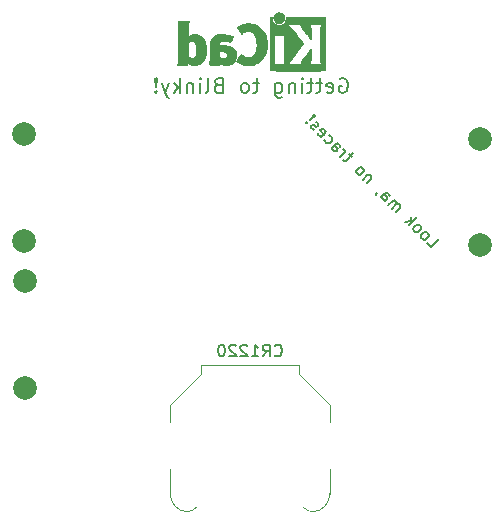
<source format=gbr>
G04 #@! TF.GenerationSoftware,KiCad,Pcbnew,(5.99.0-8045-ga69a4be853)*
G04 #@! TF.CreationDate,2021-01-01T20:50:11-08:00*
G04 #@! TF.ProjectId,gtb-6layer-no-mask,6774622d-366c-4617-9965-722d6e6f2d6d,rev?*
G04 #@! TF.SameCoordinates,Original*
G04 #@! TF.FileFunction,Legend,Bot*
G04 #@! TF.FilePolarity,Positive*
%FSLAX46Y46*%
G04 Gerber Fmt 4.6, Leading zero omitted, Abs format (unit mm)*
G04 Created by KiCad (PCBNEW (5.99.0-8045-ga69a4be853)) date 2021-01-01 20:50:11*
%MOMM*%
%LPD*%
G01*
G04 APERTURE LIST*
%ADD10C,0.150000*%
%ADD11C,0.120000*%
%ADD12C,0.010000*%
%ADD13C,1.998980*%
G04 APERTURE END LIST*
D10*
X171379782Y-92952369D02*
X171716499Y-93289086D01*
X172423606Y-92581980D01*
X171043064Y-92615651D02*
X171144079Y-92649323D01*
X171211423Y-92649323D01*
X171312438Y-92615651D01*
X171514469Y-92413621D01*
X171548140Y-92312606D01*
X171548140Y-92245262D01*
X171514469Y-92144247D01*
X171413453Y-92043232D01*
X171312438Y-92009560D01*
X171245095Y-92009560D01*
X171144079Y-92043232D01*
X170942049Y-92245262D01*
X170908377Y-92346277D01*
X170908377Y-92413621D01*
X170942049Y-92514636D01*
X171043064Y-92615651D01*
X170403301Y-91975888D02*
X170504316Y-92009560D01*
X170571660Y-92009560D01*
X170672675Y-91975888D01*
X170874705Y-91773858D01*
X170908377Y-91672842D01*
X170908377Y-91605499D01*
X170874705Y-91504484D01*
X170773690Y-91403468D01*
X170672675Y-91369797D01*
X170605331Y-91369797D01*
X170504316Y-91403468D01*
X170302286Y-91605499D01*
X170268614Y-91706514D01*
X170268614Y-91773858D01*
X170302286Y-91874873D01*
X170403301Y-91975888D01*
X169864553Y-91437140D02*
X170571660Y-90730033D01*
X170066583Y-91100423D02*
X169595179Y-91167766D01*
X170066583Y-90696362D02*
X170066583Y-91235110D01*
X168753385Y-90325972D02*
X169224789Y-89854568D01*
X169157446Y-89921911D02*
X169157446Y-89854568D01*
X169123774Y-89753552D01*
X169022759Y-89652537D01*
X168921744Y-89618865D01*
X168820728Y-89652537D01*
X168450339Y-90022926D01*
X168820728Y-89652537D02*
X168854400Y-89551522D01*
X168820728Y-89450507D01*
X168719713Y-89349491D01*
X168618698Y-89315820D01*
X168517683Y-89349491D01*
X168147293Y-89719881D01*
X167507530Y-89080117D02*
X167877919Y-88709728D01*
X167978935Y-88676056D01*
X168079950Y-88709728D01*
X168214637Y-88844415D01*
X168248309Y-88945430D01*
X167541202Y-89046446D02*
X167574874Y-89147461D01*
X167743232Y-89315820D01*
X167844248Y-89349491D01*
X167945263Y-89315820D01*
X168012606Y-89248476D01*
X168046278Y-89147461D01*
X168012606Y-89046446D01*
X167844248Y-88878087D01*
X167810576Y-88777072D01*
X167170813Y-88676056D02*
X167137141Y-88709728D01*
X167103469Y-88810743D01*
X167103469Y-88878087D01*
X166766752Y-87396530D02*
X166295347Y-87867934D01*
X166699408Y-87463873D02*
X166699408Y-87396530D01*
X166665736Y-87295515D01*
X166564721Y-87194499D01*
X166463706Y-87160828D01*
X166362691Y-87194499D01*
X165992301Y-87564889D01*
X165554569Y-87127156D02*
X165655584Y-87160828D01*
X165722927Y-87160828D01*
X165823943Y-87127156D01*
X166025973Y-86925125D01*
X166059645Y-86824110D01*
X166059645Y-86756767D01*
X166025973Y-86655751D01*
X165924958Y-86554736D01*
X165823943Y-86521064D01*
X165756599Y-86521064D01*
X165655584Y-86554736D01*
X165453553Y-86756767D01*
X165419882Y-86857782D01*
X165419882Y-86925125D01*
X165453553Y-87026141D01*
X165554569Y-87127156D01*
X165049492Y-85679271D02*
X164780118Y-85409897D01*
X165184179Y-85342553D02*
X164578088Y-85948645D01*
X164477073Y-85982316D01*
X164376057Y-85948645D01*
X164308714Y-85881301D01*
X164073012Y-85645599D02*
X164544416Y-85174194D01*
X164409729Y-85308881D02*
X164443401Y-85207866D01*
X164443401Y-85140523D01*
X164409729Y-85039507D01*
X164342386Y-84972164D01*
X163332233Y-84904820D02*
X163702622Y-84534431D01*
X163803637Y-84500759D01*
X163904653Y-84534431D01*
X164039340Y-84669118D01*
X164073012Y-84770133D01*
X163365905Y-84871148D02*
X163399576Y-84972164D01*
X163567935Y-85140523D01*
X163668950Y-85174194D01*
X163769966Y-85140523D01*
X163837309Y-85073179D01*
X163870981Y-84972164D01*
X163837309Y-84871148D01*
X163668950Y-84702790D01*
X163635279Y-84601774D01*
X162726141Y-84231385D02*
X162759813Y-84332400D01*
X162894500Y-84467087D01*
X162995515Y-84500759D01*
X163062859Y-84500759D01*
X163163874Y-84467087D01*
X163365905Y-84265057D01*
X163399576Y-84164042D01*
X163399576Y-84096698D01*
X163365905Y-83995683D01*
X163231218Y-83860996D01*
X163130202Y-83827324D01*
X162153722Y-83658965D02*
X162187393Y-83759981D01*
X162322080Y-83894668D01*
X162423096Y-83928339D01*
X162524111Y-83894668D01*
X162793485Y-83625294D01*
X162827157Y-83524278D01*
X162793485Y-83423263D01*
X162658798Y-83288576D01*
X162557783Y-83254904D01*
X162456767Y-83288576D01*
X162389424Y-83355920D01*
X162658798Y-83759981D01*
X161850676Y-83355920D02*
X161749661Y-83322248D01*
X161614974Y-83187561D01*
X161581302Y-83086546D01*
X161614974Y-82985530D01*
X161648645Y-82951859D01*
X161749661Y-82918187D01*
X161850676Y-82951859D01*
X161951691Y-83052874D01*
X162052706Y-83086546D01*
X162153722Y-83052874D01*
X162187393Y-83019202D01*
X162221065Y-82918187D01*
X162187393Y-82817172D01*
X162086378Y-82716156D01*
X161985363Y-82682485D01*
X161278256Y-82716156D02*
X161210913Y-82716156D01*
X161210913Y-82783500D01*
X161278256Y-82783500D01*
X161278256Y-82716156D01*
X161210913Y-82783500D01*
X161480287Y-82514126D02*
X161918019Y-82143737D01*
X161918019Y-82076393D01*
X161850676Y-82076393D01*
X161480287Y-82514126D01*
X161918019Y-82076393D01*
X164018571Y-79015000D02*
X164139523Y-78954523D01*
X164320952Y-78954523D01*
X164502380Y-79015000D01*
X164623333Y-79135952D01*
X164683809Y-79256904D01*
X164744285Y-79498809D01*
X164744285Y-79680238D01*
X164683809Y-79922142D01*
X164623333Y-80043095D01*
X164502380Y-80164047D01*
X164320952Y-80224523D01*
X164200000Y-80224523D01*
X164018571Y-80164047D01*
X163958095Y-80103571D01*
X163958095Y-79680238D01*
X164200000Y-79680238D01*
X162930000Y-80164047D02*
X163050952Y-80224523D01*
X163292857Y-80224523D01*
X163413809Y-80164047D01*
X163474285Y-80043095D01*
X163474285Y-79559285D01*
X163413809Y-79438333D01*
X163292857Y-79377857D01*
X163050952Y-79377857D01*
X162930000Y-79438333D01*
X162869523Y-79559285D01*
X162869523Y-79680238D01*
X163474285Y-79801190D01*
X162506666Y-79377857D02*
X162022857Y-79377857D01*
X162325238Y-78954523D02*
X162325238Y-80043095D01*
X162264761Y-80164047D01*
X162143809Y-80224523D01*
X162022857Y-80224523D01*
X161780952Y-79377857D02*
X161297142Y-79377857D01*
X161599523Y-78954523D02*
X161599523Y-80043095D01*
X161539047Y-80164047D01*
X161418095Y-80224523D01*
X161297142Y-80224523D01*
X160873809Y-80224523D02*
X160873809Y-79377857D01*
X160873809Y-78954523D02*
X160934285Y-79015000D01*
X160873809Y-79075476D01*
X160813333Y-79015000D01*
X160873809Y-78954523D01*
X160873809Y-79075476D01*
X160269047Y-79377857D02*
X160269047Y-80224523D01*
X160269047Y-79498809D02*
X160208571Y-79438333D01*
X160087619Y-79377857D01*
X159906190Y-79377857D01*
X159785238Y-79438333D01*
X159724761Y-79559285D01*
X159724761Y-80224523D01*
X158575714Y-79377857D02*
X158575714Y-80405952D01*
X158636190Y-80526904D01*
X158696666Y-80587380D01*
X158817619Y-80647857D01*
X158999047Y-80647857D01*
X159120000Y-80587380D01*
X158575714Y-80164047D02*
X158696666Y-80224523D01*
X158938571Y-80224523D01*
X159059523Y-80164047D01*
X159120000Y-80103571D01*
X159180476Y-79982619D01*
X159180476Y-79619761D01*
X159120000Y-79498809D01*
X159059523Y-79438333D01*
X158938571Y-79377857D01*
X158696666Y-79377857D01*
X158575714Y-79438333D01*
X157184761Y-79377857D02*
X156700952Y-79377857D01*
X157003333Y-78954523D02*
X157003333Y-80043095D01*
X156942857Y-80164047D01*
X156821904Y-80224523D01*
X156700952Y-80224523D01*
X156096190Y-80224523D02*
X156217142Y-80164047D01*
X156277619Y-80103571D01*
X156338095Y-79982619D01*
X156338095Y-79619761D01*
X156277619Y-79498809D01*
X156217142Y-79438333D01*
X156096190Y-79377857D01*
X155914761Y-79377857D01*
X155793809Y-79438333D01*
X155733333Y-79498809D01*
X155672857Y-79619761D01*
X155672857Y-79982619D01*
X155733333Y-80103571D01*
X155793809Y-80164047D01*
X155914761Y-80224523D01*
X156096190Y-80224523D01*
X153737619Y-79559285D02*
X153556190Y-79619761D01*
X153495714Y-79680238D01*
X153435238Y-79801190D01*
X153435238Y-79982619D01*
X153495714Y-80103571D01*
X153556190Y-80164047D01*
X153677142Y-80224523D01*
X154160952Y-80224523D01*
X154160952Y-78954523D01*
X153737619Y-78954523D01*
X153616666Y-79015000D01*
X153556190Y-79075476D01*
X153495714Y-79196428D01*
X153495714Y-79317380D01*
X153556190Y-79438333D01*
X153616666Y-79498809D01*
X153737619Y-79559285D01*
X154160952Y-79559285D01*
X152709523Y-80224523D02*
X152830476Y-80164047D01*
X152890952Y-80043095D01*
X152890952Y-78954523D01*
X152225714Y-80224523D02*
X152225714Y-79377857D01*
X152225714Y-78954523D02*
X152286190Y-79015000D01*
X152225714Y-79075476D01*
X152165238Y-79015000D01*
X152225714Y-78954523D01*
X152225714Y-79075476D01*
X151620952Y-79377857D02*
X151620952Y-80224523D01*
X151620952Y-79498809D02*
X151560476Y-79438333D01*
X151439523Y-79377857D01*
X151258095Y-79377857D01*
X151137142Y-79438333D01*
X151076666Y-79559285D01*
X151076666Y-80224523D01*
X150471904Y-80224523D02*
X150471904Y-78954523D01*
X150350952Y-79740714D02*
X149988095Y-80224523D01*
X149988095Y-79377857D02*
X150471904Y-79861666D01*
X149564761Y-79377857D02*
X149262380Y-80224523D01*
X148960000Y-79377857D02*
X149262380Y-80224523D01*
X149383333Y-80526904D01*
X149443809Y-80587380D01*
X149564761Y-80647857D01*
X148476190Y-80103571D02*
X148415714Y-80164047D01*
X148476190Y-80224523D01*
X148536666Y-80164047D01*
X148476190Y-80103571D01*
X148476190Y-80224523D01*
X148476190Y-79740714D02*
X148536666Y-79015000D01*
X148476190Y-78954523D01*
X148415714Y-79015000D01*
X148476190Y-79740714D01*
X148476190Y-78954523D01*
X158525238Y-102447142D02*
X158572857Y-102494761D01*
X158715714Y-102542380D01*
X158810952Y-102542380D01*
X158953809Y-102494761D01*
X159049047Y-102399523D01*
X159096666Y-102304285D01*
X159144285Y-102113809D01*
X159144285Y-101970952D01*
X159096666Y-101780476D01*
X159049047Y-101685238D01*
X158953809Y-101590000D01*
X158810952Y-101542380D01*
X158715714Y-101542380D01*
X158572857Y-101590000D01*
X158525238Y-101637619D01*
X157525238Y-102542380D02*
X157858571Y-102066190D01*
X158096666Y-102542380D02*
X158096666Y-101542380D01*
X157715714Y-101542380D01*
X157620476Y-101590000D01*
X157572857Y-101637619D01*
X157525238Y-101732857D01*
X157525238Y-101875714D01*
X157572857Y-101970952D01*
X157620476Y-102018571D01*
X157715714Y-102066190D01*
X158096666Y-102066190D01*
X156572857Y-102542380D02*
X157144285Y-102542380D01*
X156858571Y-102542380D02*
X156858571Y-101542380D01*
X156953809Y-101685238D01*
X157049047Y-101780476D01*
X157144285Y-101828095D01*
X156191904Y-101637619D02*
X156144285Y-101590000D01*
X156049047Y-101542380D01*
X155810952Y-101542380D01*
X155715714Y-101590000D01*
X155668095Y-101637619D01*
X155620476Y-101732857D01*
X155620476Y-101828095D01*
X155668095Y-101970952D01*
X156239523Y-102542380D01*
X155620476Y-102542380D01*
X155239523Y-101637619D02*
X155191904Y-101590000D01*
X155096666Y-101542380D01*
X154858571Y-101542380D01*
X154763333Y-101590000D01*
X154715714Y-101637619D01*
X154668095Y-101732857D01*
X154668095Y-101828095D01*
X154715714Y-101970952D01*
X155287142Y-102542380D01*
X154668095Y-102542380D01*
X154049047Y-101542380D02*
X153953809Y-101542380D01*
X153858571Y-101590000D01*
X153810952Y-101637619D01*
X153763333Y-101732857D01*
X153715714Y-101923333D01*
X153715714Y-102161428D01*
X153763333Y-102351904D01*
X153810952Y-102447142D01*
X153858571Y-102494761D01*
X153953809Y-102542380D01*
X154049047Y-102542380D01*
X154144285Y-102494761D01*
X154191904Y-102447142D01*
X154239523Y-102351904D01*
X154287142Y-102161428D01*
X154287142Y-101923333D01*
X154239523Y-101732857D01*
X154191904Y-101637619D01*
X154144285Y-101590000D01*
X154049047Y-101542380D01*
D11*
X149680000Y-106640000D02*
X149680000Y-108090000D01*
X163180000Y-106640000D02*
X160580000Y-104040000D01*
X163180000Y-112090000D02*
X163180000Y-114190000D01*
X160580000Y-103240000D02*
X152280000Y-103240000D01*
X160580000Y-104040000D02*
X160580000Y-103240000D01*
X152280000Y-104040000D02*
X149680000Y-106640000D01*
X152280000Y-103240000D02*
X152280000Y-104040000D01*
X149680000Y-112090000D02*
X149680000Y-114190000D01*
X163180000Y-108090000D02*
X163180000Y-106640000D01*
X149680000Y-114140000D02*
G75*
G03*
X151130000Y-115690000I1500000J-50000D01*
G01*
X151015385Y-115674160D02*
G75*
G03*
X151930000Y-115290000I124615J984160D01*
G01*
X161844615Y-115674160D02*
G75*
G02*
X160930000Y-115290000I-124615J984160D01*
G01*
X163180000Y-114140000D02*
G75*
G02*
X161730000Y-115690000I-1500000J-50000D01*
G01*
D12*
X159476400Y-73879054D02*
X159465535Y-73992993D01*
X159465535Y-73992993D02*
X159433918Y-74100616D01*
X159433918Y-74100616D02*
X159383015Y-74199615D01*
X159383015Y-74199615D02*
X159314293Y-74287684D01*
X159314293Y-74287684D02*
X159229219Y-74362516D01*
X159229219Y-74362516D02*
X159132232Y-74420384D01*
X159132232Y-74420384D02*
X159025964Y-74460005D01*
X159025964Y-74460005D02*
X158918950Y-74478573D01*
X158918950Y-74478573D02*
X158813300Y-74477434D01*
X158813300Y-74477434D02*
X158711125Y-74457930D01*
X158711125Y-74457930D02*
X158614534Y-74421406D01*
X158614534Y-74421406D02*
X158525638Y-74369205D01*
X158525638Y-74369205D02*
X158446546Y-74302673D01*
X158446546Y-74302673D02*
X158379369Y-74223152D01*
X158379369Y-74223152D02*
X158326217Y-74131987D01*
X158326217Y-74131987D02*
X158289199Y-74030523D01*
X158289199Y-74030523D02*
X158270427Y-73920102D01*
X158270427Y-73920102D02*
X158268489Y-73870206D01*
X158268489Y-73870206D02*
X158268489Y-73782267D01*
X158268489Y-73782267D02*
X158216560Y-73782267D01*
X158216560Y-73782267D02*
X158180253Y-73785111D01*
X158180253Y-73785111D02*
X158153355Y-73796911D01*
X158153355Y-73796911D02*
X158126249Y-73820649D01*
X158126249Y-73820649D02*
X158087867Y-73859031D01*
X158087867Y-73859031D02*
X158087867Y-76050602D01*
X158087867Y-76050602D02*
X158087876Y-76312739D01*
X158087876Y-76312739D02*
X158087908Y-76553241D01*
X158087908Y-76553241D02*
X158087972Y-76773048D01*
X158087972Y-76773048D02*
X158088076Y-76973101D01*
X158088076Y-76973101D02*
X158088227Y-77154344D01*
X158088227Y-77154344D02*
X158088434Y-77317716D01*
X158088434Y-77317716D02*
X158088706Y-77464160D01*
X158088706Y-77464160D02*
X158089050Y-77594617D01*
X158089050Y-77594617D02*
X158089474Y-77710029D01*
X158089474Y-77710029D02*
X158089987Y-77811338D01*
X158089987Y-77811338D02*
X158090597Y-77899484D01*
X158090597Y-77899484D02*
X158091312Y-77975410D01*
X158091312Y-77975410D02*
X158092140Y-78040057D01*
X158092140Y-78040057D02*
X158093089Y-78094367D01*
X158093089Y-78094367D02*
X158094167Y-78139280D01*
X158094167Y-78139280D02*
X158095383Y-78175740D01*
X158095383Y-78175740D02*
X158096745Y-78204687D01*
X158096745Y-78204687D02*
X158098261Y-78227063D01*
X158098261Y-78227063D02*
X158099938Y-78243809D01*
X158099938Y-78243809D02*
X158101786Y-78255868D01*
X158101786Y-78255868D02*
X158103813Y-78264180D01*
X158103813Y-78264180D02*
X158106025Y-78269687D01*
X158106025Y-78269687D02*
X158107108Y-78271537D01*
X158107108Y-78271537D02*
X158111271Y-78278549D01*
X158111271Y-78278549D02*
X158114805Y-78284996D01*
X158114805Y-78284996D02*
X158118635Y-78290900D01*
X158118635Y-78290900D02*
X158123682Y-78296286D01*
X158123682Y-78296286D02*
X158130871Y-78301178D01*
X158130871Y-78301178D02*
X158141123Y-78305598D01*
X158141123Y-78305598D02*
X158155364Y-78309572D01*
X158155364Y-78309572D02*
X158174514Y-78313121D01*
X158174514Y-78313121D02*
X158199499Y-78316270D01*
X158199499Y-78316270D02*
X158231240Y-78319042D01*
X158231240Y-78319042D02*
X158270662Y-78321461D01*
X158270662Y-78321461D02*
X158318686Y-78323551D01*
X158318686Y-78323551D02*
X158376237Y-78325335D01*
X158376237Y-78325335D02*
X158444237Y-78326837D01*
X158444237Y-78326837D02*
X158523610Y-78328080D01*
X158523610Y-78328080D02*
X158615279Y-78329089D01*
X158615279Y-78329089D02*
X158720166Y-78329885D01*
X158720166Y-78329885D02*
X158839196Y-78330494D01*
X158839196Y-78330494D02*
X158973290Y-78330939D01*
X158973290Y-78330939D02*
X159123373Y-78331243D01*
X159123373Y-78331243D02*
X159290367Y-78331430D01*
X159290367Y-78331430D02*
X159475196Y-78331524D01*
X159475196Y-78331524D02*
X159678783Y-78331548D01*
X159678783Y-78331548D02*
X159902050Y-78331525D01*
X159902050Y-78331525D02*
X160145922Y-78331480D01*
X160145922Y-78331480D02*
X160411321Y-78331437D01*
X160411321Y-78331437D02*
X160449704Y-78331432D01*
X160449704Y-78331432D02*
X160716682Y-78331389D01*
X160716682Y-78331389D02*
X160962002Y-78331318D01*
X160962002Y-78331318D02*
X161186583Y-78331213D01*
X161186583Y-78331213D02*
X161391345Y-78331066D01*
X161391345Y-78331066D02*
X161577206Y-78330869D01*
X161577206Y-78330869D02*
X161745088Y-78330616D01*
X161745088Y-78330616D02*
X161895908Y-78330300D01*
X161895908Y-78330300D02*
X162030587Y-78329913D01*
X162030587Y-78329913D02*
X162150044Y-78329447D01*
X162150044Y-78329447D02*
X162255199Y-78328897D01*
X162255199Y-78328897D02*
X162346971Y-78328253D01*
X162346971Y-78328253D02*
X162426279Y-78327511D01*
X162426279Y-78327511D02*
X162494043Y-78326661D01*
X162494043Y-78326661D02*
X162551182Y-78325697D01*
X162551182Y-78325697D02*
X162598617Y-78324611D01*
X162598617Y-78324611D02*
X162637266Y-78323397D01*
X162637266Y-78323397D02*
X162668049Y-78322047D01*
X162668049Y-78322047D02*
X162691885Y-78320555D01*
X162691885Y-78320555D02*
X162709694Y-78318911D01*
X162709694Y-78318911D02*
X162722395Y-78317111D01*
X162722395Y-78317111D02*
X162730908Y-78315145D01*
X162730908Y-78315145D02*
X162735266Y-78313477D01*
X162735266Y-78313477D02*
X162743728Y-78309906D01*
X162743728Y-78309906D02*
X162751497Y-78307270D01*
X162751497Y-78307270D02*
X162758602Y-78304634D01*
X162758602Y-78304634D02*
X162765073Y-78301062D01*
X162765073Y-78301062D02*
X162770939Y-78295621D01*
X162770939Y-78295621D02*
X162776229Y-78287375D01*
X162776229Y-78287375D02*
X162780974Y-78275390D01*
X162780974Y-78275390D02*
X162785202Y-78258731D01*
X162785202Y-78258731D02*
X162788943Y-78236463D01*
X162788943Y-78236463D02*
X162792227Y-78207652D01*
X162792227Y-78207652D02*
X162795083Y-78171363D01*
X162795083Y-78171363D02*
X162797540Y-78126661D01*
X162797540Y-78126661D02*
X162799629Y-78072611D01*
X162799629Y-78072611D02*
X162801378Y-78008279D01*
X162801378Y-78008279D02*
X162802817Y-77932730D01*
X162802817Y-77932730D02*
X162803976Y-77845030D01*
X162803976Y-77845030D02*
X162804883Y-77744243D01*
X162804883Y-77744243D02*
X162805569Y-77629434D01*
X162805569Y-77629434D02*
X162806063Y-77499670D01*
X162806063Y-77499670D02*
X162806395Y-77354015D01*
X162806395Y-77354015D02*
X162806593Y-77191535D01*
X162806593Y-77191535D02*
X162806687Y-77011295D01*
X162806687Y-77011295D02*
X162806708Y-76812360D01*
X162806708Y-76812360D02*
X162806685Y-76593796D01*
X162806685Y-76593796D02*
X162806646Y-76354668D01*
X162806646Y-76354668D02*
X162806622Y-76094040D01*
X162806622Y-76094040D02*
X162806622Y-76051889D01*
X162806622Y-76051889D02*
X162806636Y-75788992D01*
X162806636Y-75788992D02*
X162806661Y-75547732D01*
X162806661Y-75547732D02*
X162806671Y-75327165D01*
X162806671Y-75327165D02*
X162806642Y-75126352D01*
X162806642Y-75126352D02*
X162806548Y-74944349D01*
X162806548Y-74944349D02*
X162806362Y-74780216D01*
X162806362Y-74780216D02*
X162806059Y-74633011D01*
X162806059Y-74633011D02*
X162805614Y-74501792D01*
X162805614Y-74501792D02*
X162805034Y-74391867D01*
X162805034Y-74391867D02*
X162502197Y-74391867D01*
X162502197Y-74391867D02*
X162462407Y-74449711D01*
X162462407Y-74449711D02*
X162451236Y-74465479D01*
X162451236Y-74465479D02*
X162441166Y-74479441D01*
X162441166Y-74479441D02*
X162432138Y-74492784D01*
X162432138Y-74492784D02*
X162424097Y-74506693D01*
X162424097Y-74506693D02*
X162416986Y-74522356D01*
X162416986Y-74522356D02*
X162410747Y-74540958D01*
X162410747Y-74540958D02*
X162405325Y-74563686D01*
X162405325Y-74563686D02*
X162400662Y-74591727D01*
X162400662Y-74591727D02*
X162396701Y-74626267D01*
X162396701Y-74626267D02*
X162393385Y-74668492D01*
X162393385Y-74668492D02*
X162390659Y-74719589D01*
X162390659Y-74719589D02*
X162388464Y-74780744D01*
X162388464Y-74780744D02*
X162386745Y-74853144D01*
X162386745Y-74853144D02*
X162385444Y-74937975D01*
X162385444Y-74937975D02*
X162384505Y-75036422D01*
X162384505Y-75036422D02*
X162383870Y-75149674D01*
X162383870Y-75149674D02*
X162383484Y-75278916D01*
X162383484Y-75278916D02*
X162383288Y-75425334D01*
X162383288Y-75425334D02*
X162383227Y-75590116D01*
X162383227Y-75590116D02*
X162383243Y-75774447D01*
X162383243Y-75774447D02*
X162383280Y-75979513D01*
X162383280Y-75979513D02*
X162383289Y-76102133D01*
X162383289Y-76102133D02*
X162383265Y-76319082D01*
X162383265Y-76319082D02*
X162383231Y-76514642D01*
X162383231Y-76514642D02*
X162383243Y-76689999D01*
X162383243Y-76689999D02*
X162383358Y-76846341D01*
X162383358Y-76846341D02*
X162383630Y-76984857D01*
X162383630Y-76984857D02*
X162384118Y-77106734D01*
X162384118Y-77106734D02*
X162384876Y-77213160D01*
X162384876Y-77213160D02*
X162385962Y-77305322D01*
X162385962Y-77305322D02*
X162387431Y-77384409D01*
X162387431Y-77384409D02*
X162389340Y-77451608D01*
X162389340Y-77451608D02*
X162391744Y-77508107D01*
X162391744Y-77508107D02*
X162394701Y-77555093D01*
X162394701Y-77555093D02*
X162398266Y-77593755D01*
X162398266Y-77593755D02*
X162402495Y-77625280D01*
X162402495Y-77625280D02*
X162407446Y-77650855D01*
X162407446Y-77650855D02*
X162413173Y-77671670D01*
X162413173Y-77671670D02*
X162419733Y-77688911D01*
X162419733Y-77688911D02*
X162427183Y-77703765D01*
X162427183Y-77703765D02*
X162435579Y-77717422D01*
X162435579Y-77717422D02*
X162444976Y-77731069D01*
X162444976Y-77731069D02*
X162455432Y-77745893D01*
X162455432Y-77745893D02*
X162461523Y-77754783D01*
X162461523Y-77754783D02*
X162500296Y-77812400D01*
X162500296Y-77812400D02*
X161968732Y-77812400D01*
X161968732Y-77812400D02*
X161845483Y-77812365D01*
X161845483Y-77812365D02*
X161742987Y-77812215D01*
X161742987Y-77812215D02*
X161659420Y-77811878D01*
X161659420Y-77811878D02*
X161592956Y-77811286D01*
X161592956Y-77811286D02*
X161541771Y-77810367D01*
X161541771Y-77810367D02*
X161504041Y-77809051D01*
X161504041Y-77809051D02*
X161477940Y-77807269D01*
X161477940Y-77807269D02*
X161461644Y-77804951D01*
X161461644Y-77804951D02*
X161453328Y-77802026D01*
X161453328Y-77802026D02*
X161451168Y-77798424D01*
X161451168Y-77798424D02*
X161453339Y-77794075D01*
X161453339Y-77794075D02*
X161454535Y-77792645D01*
X161454535Y-77792645D02*
X161479685Y-77755573D01*
X161479685Y-77755573D02*
X161505583Y-77702772D01*
X161505583Y-77702772D02*
X161529192Y-77640770D01*
X161529192Y-77640770D02*
X161537461Y-77614357D01*
X161537461Y-77614357D02*
X161542078Y-77596416D01*
X161542078Y-77596416D02*
X161545979Y-77575355D01*
X161545979Y-77575355D02*
X161549248Y-77549089D01*
X161549248Y-77549089D02*
X161551966Y-77515532D01*
X161551966Y-77515532D02*
X161554215Y-77472599D01*
X161554215Y-77472599D02*
X161556077Y-77418204D01*
X161556077Y-77418204D02*
X161557636Y-77350262D01*
X161557636Y-77350262D02*
X161558972Y-77266688D01*
X161558972Y-77266688D02*
X161560169Y-77165395D01*
X161560169Y-77165395D02*
X161561308Y-77044300D01*
X161561308Y-77044300D02*
X161561685Y-76999600D01*
X161561685Y-76999600D02*
X161562702Y-76874449D01*
X161562702Y-76874449D02*
X161563460Y-76770082D01*
X161563460Y-76770082D02*
X161563903Y-76684707D01*
X161563903Y-76684707D02*
X161563970Y-76616533D01*
X161563970Y-76616533D02*
X161563605Y-76563765D01*
X161563605Y-76563765D02*
X161562748Y-76524614D01*
X161562748Y-76524614D02*
X161561341Y-76497285D01*
X161561341Y-76497285D02*
X161559325Y-76479986D01*
X161559325Y-76479986D02*
X161556643Y-76470926D01*
X161556643Y-76470926D02*
X161553236Y-76468312D01*
X161553236Y-76468312D02*
X161549044Y-76470351D01*
X161549044Y-76470351D02*
X161544571Y-76474667D01*
X161544571Y-76474667D02*
X161534216Y-76487602D01*
X161534216Y-76487602D02*
X161512158Y-76516676D01*
X161512158Y-76516676D02*
X161479957Y-76559759D01*
X161479957Y-76559759D02*
X161439174Y-76614718D01*
X161439174Y-76614718D02*
X161391370Y-76679423D01*
X161391370Y-76679423D02*
X161338105Y-76751742D01*
X161338105Y-76751742D02*
X161280940Y-76829544D01*
X161280940Y-76829544D02*
X161221437Y-76910698D01*
X161221437Y-76910698D02*
X161161155Y-76993072D01*
X161161155Y-76993072D02*
X161101655Y-77074536D01*
X161101655Y-77074536D02*
X161044498Y-77152957D01*
X161044498Y-77152957D02*
X160991245Y-77226204D01*
X160991245Y-77226204D02*
X160943457Y-77292147D01*
X160943457Y-77292147D02*
X160902693Y-77348654D01*
X160902693Y-77348654D02*
X160870516Y-77393593D01*
X160870516Y-77393593D02*
X160848485Y-77424834D01*
X160848485Y-77424834D02*
X160843917Y-77431466D01*
X160843917Y-77431466D02*
X160820996Y-77468369D01*
X160820996Y-77468369D02*
X160794188Y-77516359D01*
X160794188Y-77516359D02*
X160768789Y-77565897D01*
X160768789Y-77565897D02*
X160765568Y-77572577D01*
X160765568Y-77572577D02*
X160743890Y-77620772D01*
X160743890Y-77620772D02*
X160731304Y-77658334D01*
X160731304Y-77658334D02*
X160725574Y-77694160D01*
X160725574Y-77694160D02*
X160724456Y-77736200D01*
X160724456Y-77736200D02*
X160725090Y-77812400D01*
X160725090Y-77812400D02*
X159570651Y-77812400D01*
X159570651Y-77812400D02*
X159661815Y-77718669D01*
X159661815Y-77718669D02*
X159708612Y-77668775D01*
X159708612Y-77668775D02*
X159758899Y-77612295D01*
X159758899Y-77612295D02*
X159804944Y-77558026D01*
X159804944Y-77558026D02*
X159825369Y-77532673D01*
X159825369Y-77532673D02*
X159855807Y-77493128D01*
X159855807Y-77493128D02*
X159895862Y-77439916D01*
X159895862Y-77439916D02*
X159944361Y-77374667D01*
X159944361Y-77374667D02*
X160000135Y-77299011D01*
X160000135Y-77299011D02*
X160062011Y-77214577D01*
X160062011Y-77214577D02*
X160128819Y-77122994D01*
X160128819Y-77122994D02*
X160199387Y-77025892D01*
X160199387Y-77025892D02*
X160272545Y-76924901D01*
X160272545Y-76924901D02*
X160347121Y-76821650D01*
X160347121Y-76821650D02*
X160421944Y-76717768D01*
X160421944Y-76717768D02*
X160495843Y-76614885D01*
X160495843Y-76614885D02*
X160567646Y-76514631D01*
X160567646Y-76514631D02*
X160636184Y-76418636D01*
X160636184Y-76418636D02*
X160700284Y-76328527D01*
X160700284Y-76328527D02*
X160758775Y-76245936D01*
X160758775Y-76245936D02*
X160810486Y-76172492D01*
X160810486Y-76172492D02*
X160854247Y-76109824D01*
X160854247Y-76109824D02*
X160888885Y-76059561D01*
X160888885Y-76059561D02*
X160913230Y-76023334D01*
X160913230Y-76023334D02*
X160926111Y-76002771D01*
X160926111Y-76002771D02*
X160927869Y-75998668D01*
X160927869Y-75998668D02*
X160919910Y-75987342D01*
X160919910Y-75987342D02*
X160899115Y-75960162D01*
X160899115Y-75960162D02*
X160866847Y-75918829D01*
X160866847Y-75918829D02*
X160824470Y-75865044D01*
X160824470Y-75865044D02*
X160773347Y-75800506D01*
X160773347Y-75800506D02*
X160714841Y-75726918D01*
X160714841Y-75726918D02*
X160650314Y-75645978D01*
X160650314Y-75645978D02*
X160581131Y-75559388D01*
X160581131Y-75559388D02*
X160508653Y-75468848D01*
X160508653Y-75468848D02*
X160434246Y-75376060D01*
X160434246Y-75376060D02*
X160374517Y-75301702D01*
X160374517Y-75301702D02*
X159363511Y-75301702D01*
X159363511Y-75301702D02*
X159357602Y-75314659D01*
X159357602Y-75314659D02*
X159343272Y-75336908D01*
X159343272Y-75336908D02*
X159342225Y-75338391D01*
X159342225Y-75338391D02*
X159323438Y-75368544D01*
X159323438Y-75368544D02*
X159303791Y-75405375D01*
X159303791Y-75405375D02*
X159299892Y-75413511D01*
X159299892Y-75413511D02*
X159296356Y-75421940D01*
X159296356Y-75421940D02*
X159293230Y-75432059D01*
X159293230Y-75432059D02*
X159290486Y-75445260D01*
X159290486Y-75445260D02*
X159288092Y-75462938D01*
X159288092Y-75462938D02*
X159286019Y-75486484D01*
X159286019Y-75486484D02*
X159284235Y-75517293D01*
X159284235Y-75517293D02*
X159282712Y-75556757D01*
X159282712Y-75556757D02*
X159281419Y-75606269D01*
X159281419Y-75606269D02*
X159280326Y-75667223D01*
X159280326Y-75667223D02*
X159279403Y-75741011D01*
X159279403Y-75741011D02*
X159278619Y-75829028D01*
X159278619Y-75829028D02*
X159277945Y-75932665D01*
X159277945Y-75932665D02*
X159277350Y-76053316D01*
X159277350Y-76053316D02*
X159276805Y-76192374D01*
X159276805Y-76192374D02*
X159276279Y-76351232D01*
X159276279Y-76351232D02*
X159275745Y-76530089D01*
X159275745Y-76530089D02*
X159275206Y-76715207D01*
X159275206Y-76715207D02*
X159274772Y-76879145D01*
X159274772Y-76879145D02*
X159274509Y-77023303D01*
X159274509Y-77023303D02*
X159274484Y-77149079D01*
X159274484Y-77149079D02*
X159274765Y-77257871D01*
X159274765Y-77257871D02*
X159275419Y-77351077D01*
X159275419Y-77351077D02*
X159276514Y-77430097D01*
X159276514Y-77430097D02*
X159278118Y-77496328D01*
X159278118Y-77496328D02*
X159280297Y-77551170D01*
X159280297Y-77551170D02*
X159283119Y-77596021D01*
X159283119Y-77596021D02*
X159286651Y-77632278D01*
X159286651Y-77632278D02*
X159290961Y-77661341D01*
X159290961Y-77661341D02*
X159296117Y-77684609D01*
X159296117Y-77684609D02*
X159302185Y-77703479D01*
X159302185Y-77703479D02*
X159309233Y-77719351D01*
X159309233Y-77719351D02*
X159317329Y-77733622D01*
X159317329Y-77733622D02*
X159326540Y-77747691D01*
X159326540Y-77747691D02*
X159335040Y-77760158D01*
X159335040Y-77760158D02*
X159352176Y-77786452D01*
X159352176Y-77786452D02*
X159362322Y-77804037D01*
X159362322Y-77804037D02*
X159363511Y-77807257D01*
X159363511Y-77807257D02*
X159352604Y-77808334D01*
X159352604Y-77808334D02*
X159321411Y-77809335D01*
X159321411Y-77809335D02*
X159272223Y-77810235D01*
X159272223Y-77810235D02*
X159207333Y-77811010D01*
X159207333Y-77811010D02*
X159129030Y-77811637D01*
X159129030Y-77811637D02*
X159039607Y-77812091D01*
X159039607Y-77812091D02*
X158941356Y-77812349D01*
X158941356Y-77812349D02*
X158872445Y-77812400D01*
X158872445Y-77812400D02*
X158767452Y-77812180D01*
X158767452Y-77812180D02*
X158670610Y-77811548D01*
X158670610Y-77811548D02*
X158584107Y-77810549D01*
X158584107Y-77810549D02*
X158510132Y-77809227D01*
X158510132Y-77809227D02*
X158450874Y-77807626D01*
X158450874Y-77807626D02*
X158408520Y-77805791D01*
X158408520Y-77805791D02*
X158385260Y-77803765D01*
X158385260Y-77803765D02*
X158381378Y-77802493D01*
X158381378Y-77802493D02*
X158389076Y-77787591D01*
X158389076Y-77787591D02*
X158397074Y-77779560D01*
X158397074Y-77779560D02*
X158410246Y-77762434D01*
X158410246Y-77762434D02*
X158427485Y-77732183D01*
X158427485Y-77732183D02*
X158439407Y-77707622D01*
X158439407Y-77707622D02*
X158466045Y-77648711D01*
X158466045Y-77648711D02*
X158469120Y-76471845D01*
X158469120Y-76471845D02*
X158472195Y-75294978D01*
X158472195Y-75294978D02*
X158917853Y-75294978D01*
X158917853Y-75294978D02*
X159015670Y-75295142D01*
X159015670Y-75295142D02*
X159106064Y-75295611D01*
X159106064Y-75295611D02*
X159186630Y-75296347D01*
X159186630Y-75296347D02*
X159254962Y-75297316D01*
X159254962Y-75297316D02*
X159308656Y-75298480D01*
X159308656Y-75298480D02*
X159345305Y-75299803D01*
X159345305Y-75299803D02*
X159362504Y-75301249D01*
X159362504Y-75301249D02*
X159363511Y-75301702D01*
X159363511Y-75301702D02*
X160374517Y-75301702D01*
X160374517Y-75301702D02*
X160359270Y-75282722D01*
X160359270Y-75282722D02*
X160285090Y-75190537D01*
X160285090Y-75190537D02*
X160213069Y-75101204D01*
X160213069Y-75101204D02*
X160144569Y-75016424D01*
X160144569Y-75016424D02*
X160080955Y-74937898D01*
X160080955Y-74937898D02*
X160023588Y-74867326D01*
X160023588Y-74867326D02*
X159973833Y-74806409D01*
X159973833Y-74806409D02*
X159933052Y-74756847D01*
X159933052Y-74756847D02*
X159915888Y-74736178D01*
X159915888Y-74736178D02*
X159829596Y-74635516D01*
X159829596Y-74635516D02*
X159752997Y-74552259D01*
X159752997Y-74552259D02*
X159684183Y-74484438D01*
X159684183Y-74484438D02*
X159621248Y-74430089D01*
X159621248Y-74430089D02*
X159611867Y-74422722D01*
X159611867Y-74422722D02*
X159572356Y-74392117D01*
X159572356Y-74392117D02*
X160704116Y-74391867D01*
X160704116Y-74391867D02*
X160698827Y-74439844D01*
X160698827Y-74439844D02*
X160702130Y-74497188D01*
X160702130Y-74497188D02*
X160723661Y-74565463D01*
X160723661Y-74565463D02*
X160763635Y-74645212D01*
X160763635Y-74645212D02*
X160808943Y-74717495D01*
X160808943Y-74717495D02*
X160825161Y-74740140D01*
X160825161Y-74740140D02*
X160853214Y-74777696D01*
X160853214Y-74777696D02*
X160891430Y-74828021D01*
X160891430Y-74828021D02*
X160938137Y-74888973D01*
X160938137Y-74888973D02*
X160991661Y-74958411D01*
X160991661Y-74958411D02*
X161050331Y-75034194D01*
X161050331Y-75034194D02*
X161112475Y-75114180D01*
X161112475Y-75114180D02*
X161176421Y-75196228D01*
X161176421Y-75196228D02*
X161240495Y-75278196D01*
X161240495Y-75278196D02*
X161303027Y-75357943D01*
X161303027Y-75357943D02*
X161362343Y-75433327D01*
X161362343Y-75433327D02*
X161416771Y-75502207D01*
X161416771Y-75502207D02*
X161464639Y-75562442D01*
X161464639Y-75562442D02*
X161504275Y-75611889D01*
X161504275Y-75611889D02*
X161534006Y-75648408D01*
X161534006Y-75648408D02*
X161552161Y-75669858D01*
X161552161Y-75669858D02*
X161555220Y-75673156D01*
X161555220Y-75673156D02*
X161558079Y-75665149D01*
X161558079Y-75665149D02*
X161560293Y-75634855D01*
X161560293Y-75634855D02*
X161561857Y-75582556D01*
X161561857Y-75582556D02*
X161562767Y-75508531D01*
X161562767Y-75508531D02*
X161563020Y-75413063D01*
X161563020Y-75413063D02*
X161562613Y-75296434D01*
X161562613Y-75296434D02*
X161561704Y-75176445D01*
X161561704Y-75176445D02*
X161560382Y-75044333D01*
X161560382Y-75044333D02*
X161558857Y-74932594D01*
X161558857Y-74932594D02*
X161556881Y-74839025D01*
X161556881Y-74839025D02*
X161554206Y-74761419D01*
X161554206Y-74761419D02*
X161550582Y-74697574D01*
X161550582Y-74697574D02*
X161545761Y-74645283D01*
X161545761Y-74645283D02*
X161539494Y-74602344D01*
X161539494Y-74602344D02*
X161531532Y-74566551D01*
X161531532Y-74566551D02*
X161521627Y-74535700D01*
X161521627Y-74535700D02*
X161509531Y-74507586D01*
X161509531Y-74507586D02*
X161494993Y-74480005D01*
X161494993Y-74480005D02*
X161480311Y-74454966D01*
X161480311Y-74454966D02*
X161442314Y-74391867D01*
X161442314Y-74391867D02*
X162502197Y-74391867D01*
X162502197Y-74391867D02*
X162805034Y-74391867D01*
X162805034Y-74391867D02*
X162805001Y-74385617D01*
X162805001Y-74385617D02*
X162804195Y-74283544D01*
X162804195Y-74283544D02*
X162803170Y-74194633D01*
X162803170Y-74194633D02*
X162801900Y-74117941D01*
X162801900Y-74117941D02*
X162800360Y-74052527D01*
X162800360Y-74052527D02*
X162798524Y-73997449D01*
X162798524Y-73997449D02*
X162796367Y-73951765D01*
X162796367Y-73951765D02*
X162793863Y-73914534D01*
X162793863Y-73914534D02*
X162790987Y-73884813D01*
X162790987Y-73884813D02*
X162787713Y-73861662D01*
X162787713Y-73861662D02*
X162784015Y-73844139D01*
X162784015Y-73844139D02*
X162779869Y-73831301D01*
X162779869Y-73831301D02*
X162775247Y-73822208D01*
X162775247Y-73822208D02*
X162770126Y-73815918D01*
X162770126Y-73815918D02*
X162764478Y-73811488D01*
X162764478Y-73811488D02*
X162758279Y-73807978D01*
X162758279Y-73807978D02*
X162751504Y-73804445D01*
X162751504Y-73804445D02*
X162745508Y-73800876D01*
X162745508Y-73800876D02*
X162740275Y-73798300D01*
X162740275Y-73798300D02*
X162732099Y-73795972D01*
X162732099Y-73795972D02*
X162719886Y-73793878D01*
X162719886Y-73793878D02*
X162702541Y-73792007D01*
X162702541Y-73792007D02*
X162678969Y-73790347D01*
X162678969Y-73790347D02*
X162648077Y-73788884D01*
X162648077Y-73788884D02*
X162608768Y-73787608D01*
X162608768Y-73787608D02*
X162559950Y-73786504D01*
X162559950Y-73786504D02*
X162500527Y-73785561D01*
X162500527Y-73785561D02*
X162429404Y-73784767D01*
X162429404Y-73784767D02*
X162345488Y-73784109D01*
X162345488Y-73784109D02*
X162247683Y-73783575D01*
X162247683Y-73783575D02*
X162134894Y-73783153D01*
X162134894Y-73783153D02*
X162006029Y-73782829D01*
X162006029Y-73782829D02*
X161859991Y-73782592D01*
X161859991Y-73782592D02*
X161695686Y-73782430D01*
X161695686Y-73782430D02*
X161512020Y-73782330D01*
X161512020Y-73782330D02*
X161307897Y-73782280D01*
X161307897Y-73782280D02*
X161096753Y-73782267D01*
X161096753Y-73782267D02*
X159476400Y-73782267D01*
X159476400Y-73782267D02*
X159476400Y-73879054D01*
X159476400Y-73879054D02*
X159476400Y-73879054D01*
G36*
X162806059Y-74633011D02*
G01*
X162806362Y-74780216D01*
X162806548Y-74944349D01*
X162806642Y-75126352D01*
X162806671Y-75327165D01*
X162806661Y-75547732D01*
X162806636Y-75788992D01*
X162806622Y-76051889D01*
X162806622Y-76094040D01*
X162806646Y-76354668D01*
X162806685Y-76593796D01*
X162806708Y-76812360D01*
X162806687Y-77011295D01*
X162806593Y-77191535D01*
X162806395Y-77354015D01*
X162806063Y-77499670D01*
X162805569Y-77629434D01*
X162804883Y-77744243D01*
X162803976Y-77845030D01*
X162802817Y-77932730D01*
X162801378Y-78008279D01*
X162799629Y-78072611D01*
X162797540Y-78126661D01*
X162795083Y-78171363D01*
X162792227Y-78207652D01*
X162788943Y-78236463D01*
X162785202Y-78258731D01*
X162780974Y-78275390D01*
X162776229Y-78287375D01*
X162770939Y-78295621D01*
X162765073Y-78301062D01*
X162758602Y-78304634D01*
X162751497Y-78307270D01*
X162743728Y-78309906D01*
X162735266Y-78313477D01*
X162730908Y-78315145D01*
X162722395Y-78317111D01*
X162709694Y-78318911D01*
X162691885Y-78320555D01*
X162668049Y-78322047D01*
X162637266Y-78323397D01*
X162598617Y-78324611D01*
X162551182Y-78325697D01*
X162494043Y-78326661D01*
X162426279Y-78327511D01*
X162346971Y-78328253D01*
X162255199Y-78328897D01*
X162150044Y-78329447D01*
X162030587Y-78329913D01*
X161895908Y-78330300D01*
X161745088Y-78330616D01*
X161577206Y-78330869D01*
X161391345Y-78331066D01*
X161186583Y-78331213D01*
X160962002Y-78331318D01*
X160716682Y-78331389D01*
X160449704Y-78331432D01*
X160411321Y-78331437D01*
X160145922Y-78331480D01*
X159902050Y-78331525D01*
X159678783Y-78331548D01*
X159475196Y-78331524D01*
X159290367Y-78331430D01*
X159123373Y-78331243D01*
X158973290Y-78330939D01*
X158839196Y-78330494D01*
X158720166Y-78329885D01*
X158615279Y-78329089D01*
X158523610Y-78328080D01*
X158444237Y-78326837D01*
X158376237Y-78325335D01*
X158318686Y-78323551D01*
X158270662Y-78321461D01*
X158231240Y-78319042D01*
X158199499Y-78316270D01*
X158174514Y-78313121D01*
X158155364Y-78309572D01*
X158141123Y-78305598D01*
X158130871Y-78301178D01*
X158123682Y-78296286D01*
X158118635Y-78290900D01*
X158114805Y-78284996D01*
X158111271Y-78278549D01*
X158107108Y-78271537D01*
X158106025Y-78269687D01*
X158103813Y-78264180D01*
X158101786Y-78255868D01*
X158099938Y-78243809D01*
X158098261Y-78227063D01*
X158096745Y-78204687D01*
X158095383Y-78175740D01*
X158094167Y-78139280D01*
X158093089Y-78094367D01*
X158092140Y-78040057D01*
X158091312Y-77975410D01*
X158090597Y-77899484D01*
X158089987Y-77811338D01*
X158089943Y-77802493D01*
X158381378Y-77802493D01*
X158385260Y-77803765D01*
X158408520Y-77805791D01*
X158450874Y-77807626D01*
X158510132Y-77809227D01*
X158584107Y-77810549D01*
X158670610Y-77811548D01*
X158767452Y-77812180D01*
X158872445Y-77812400D01*
X159570651Y-77812400D01*
X160725090Y-77812400D01*
X160724456Y-77736200D01*
X160725574Y-77694160D01*
X160731304Y-77658334D01*
X160743890Y-77620772D01*
X160765568Y-77572577D01*
X160768789Y-77565897D01*
X160794188Y-77516359D01*
X160820996Y-77468369D01*
X160843917Y-77431466D01*
X160848485Y-77424834D01*
X160870516Y-77393593D01*
X160902693Y-77348654D01*
X160943457Y-77292147D01*
X160991245Y-77226204D01*
X161044498Y-77152957D01*
X161101655Y-77074536D01*
X161161155Y-76993072D01*
X161221437Y-76910698D01*
X161280940Y-76829544D01*
X161338105Y-76751742D01*
X161391370Y-76679423D01*
X161439174Y-76614718D01*
X161479957Y-76559759D01*
X161512158Y-76516676D01*
X161534216Y-76487602D01*
X161544571Y-76474667D01*
X161549044Y-76470351D01*
X161553236Y-76468312D01*
X161556643Y-76470926D01*
X161559325Y-76479986D01*
X161561341Y-76497285D01*
X161562748Y-76524614D01*
X161563605Y-76563765D01*
X161563970Y-76616533D01*
X161563903Y-76684707D01*
X161563460Y-76770082D01*
X161562702Y-76874449D01*
X161561685Y-76999600D01*
X161561308Y-77044300D01*
X161560169Y-77165395D01*
X161558972Y-77266688D01*
X161557636Y-77350262D01*
X161556077Y-77418204D01*
X161554215Y-77472599D01*
X161551966Y-77515532D01*
X161549248Y-77549089D01*
X161545979Y-77575355D01*
X161542078Y-77596416D01*
X161537461Y-77614357D01*
X161529192Y-77640770D01*
X161505583Y-77702772D01*
X161479685Y-77755573D01*
X161454535Y-77792645D01*
X161453339Y-77794075D01*
X161451168Y-77798424D01*
X161453328Y-77802026D01*
X161461644Y-77804951D01*
X161477940Y-77807269D01*
X161504041Y-77809051D01*
X161541771Y-77810367D01*
X161592956Y-77811286D01*
X161659420Y-77811878D01*
X161742987Y-77812215D01*
X161845483Y-77812365D01*
X161968732Y-77812400D01*
X162500296Y-77812400D01*
X162461523Y-77754783D01*
X162455432Y-77745893D01*
X162444976Y-77731069D01*
X162435579Y-77717422D01*
X162427183Y-77703765D01*
X162419733Y-77688911D01*
X162413173Y-77671670D01*
X162407446Y-77650855D01*
X162402495Y-77625280D01*
X162398266Y-77593755D01*
X162394701Y-77555093D01*
X162391744Y-77508107D01*
X162389340Y-77451608D01*
X162387431Y-77384409D01*
X162385962Y-77305322D01*
X162384876Y-77213160D01*
X162384118Y-77106734D01*
X162383630Y-76984857D01*
X162383358Y-76846341D01*
X162383243Y-76689999D01*
X162383231Y-76514642D01*
X162383265Y-76319082D01*
X162383289Y-76102133D01*
X162383280Y-75979513D01*
X162383243Y-75774447D01*
X162383227Y-75590116D01*
X162383288Y-75425334D01*
X162383484Y-75278916D01*
X162383870Y-75149674D01*
X162384505Y-75036422D01*
X162385444Y-74937975D01*
X162386745Y-74853144D01*
X162388464Y-74780744D01*
X162390659Y-74719589D01*
X162393385Y-74668492D01*
X162396701Y-74626267D01*
X162400662Y-74591727D01*
X162405325Y-74563686D01*
X162410747Y-74540958D01*
X162416986Y-74522356D01*
X162424097Y-74506693D01*
X162432138Y-74492784D01*
X162441166Y-74479441D01*
X162451236Y-74465479D01*
X162462407Y-74449711D01*
X162502197Y-74391867D01*
X161442314Y-74391867D01*
X161480311Y-74454966D01*
X161494993Y-74480005D01*
X161509531Y-74507586D01*
X161521627Y-74535700D01*
X161531532Y-74566551D01*
X161539494Y-74602344D01*
X161545761Y-74645283D01*
X161550582Y-74697574D01*
X161554206Y-74761419D01*
X161556881Y-74839025D01*
X161558857Y-74932594D01*
X161560382Y-75044333D01*
X161561704Y-75176445D01*
X161562613Y-75296434D01*
X161563020Y-75413063D01*
X161562767Y-75508531D01*
X161561857Y-75582556D01*
X161560293Y-75634855D01*
X161558079Y-75665149D01*
X161555220Y-75673156D01*
X161552161Y-75669858D01*
X161534006Y-75648408D01*
X161504275Y-75611889D01*
X161464639Y-75562442D01*
X161416771Y-75502207D01*
X161362343Y-75433327D01*
X161303027Y-75357943D01*
X161240495Y-75278196D01*
X161176421Y-75196228D01*
X161112475Y-75114180D01*
X161050331Y-75034194D01*
X160991661Y-74958411D01*
X160938137Y-74888973D01*
X160891430Y-74828021D01*
X160853214Y-74777696D01*
X160825161Y-74740140D01*
X160808943Y-74717495D01*
X160763635Y-74645212D01*
X160723661Y-74565463D01*
X160702130Y-74497188D01*
X160698827Y-74439844D01*
X160704116Y-74391867D01*
X159572356Y-74392117D01*
X159611867Y-74422722D01*
X159621248Y-74430089D01*
X159684183Y-74484438D01*
X159752997Y-74552259D01*
X159829596Y-74635516D01*
X159915888Y-74736178D01*
X159933052Y-74756847D01*
X159973833Y-74806409D01*
X160023588Y-74867326D01*
X160080955Y-74937898D01*
X160144569Y-75016424D01*
X160213069Y-75101204D01*
X160285090Y-75190537D01*
X160359270Y-75282722D01*
X160374517Y-75301702D01*
X160434246Y-75376060D01*
X160508653Y-75468848D01*
X160581131Y-75559388D01*
X160650314Y-75645978D01*
X160714841Y-75726918D01*
X160773347Y-75800506D01*
X160824470Y-75865044D01*
X160866847Y-75918829D01*
X160899115Y-75960162D01*
X160919910Y-75987342D01*
X160927869Y-75998668D01*
X160926111Y-76002771D01*
X160913230Y-76023334D01*
X160888885Y-76059561D01*
X160854247Y-76109824D01*
X160810486Y-76172492D01*
X160758775Y-76245936D01*
X160700284Y-76328527D01*
X160636184Y-76418636D01*
X160567646Y-76514631D01*
X160495843Y-76614885D01*
X160421944Y-76717768D01*
X160347121Y-76821650D01*
X160272545Y-76924901D01*
X160199387Y-77025892D01*
X160128819Y-77122994D01*
X160062011Y-77214577D01*
X160000135Y-77299011D01*
X159944361Y-77374667D01*
X159895862Y-77439916D01*
X159855807Y-77493128D01*
X159825369Y-77532673D01*
X159804944Y-77558026D01*
X159758899Y-77612295D01*
X159708612Y-77668775D01*
X159661815Y-77718669D01*
X159570651Y-77812400D01*
X158872445Y-77812400D01*
X158941356Y-77812349D01*
X159039607Y-77812091D01*
X159129030Y-77811637D01*
X159207333Y-77811010D01*
X159272223Y-77810235D01*
X159321411Y-77809335D01*
X159352604Y-77808334D01*
X159363511Y-77807257D01*
X159362322Y-77804037D01*
X159352176Y-77786452D01*
X159335040Y-77760158D01*
X159326540Y-77747691D01*
X159317329Y-77733622D01*
X159309233Y-77719351D01*
X159302185Y-77703479D01*
X159296117Y-77684609D01*
X159290961Y-77661341D01*
X159286651Y-77632278D01*
X159283119Y-77596021D01*
X159280297Y-77551170D01*
X159278118Y-77496328D01*
X159276514Y-77430097D01*
X159275419Y-77351077D01*
X159274765Y-77257871D01*
X159274484Y-77149079D01*
X159274509Y-77023303D01*
X159274772Y-76879145D01*
X159275206Y-76715207D01*
X159275745Y-76530089D01*
X159276279Y-76351232D01*
X159276805Y-76192374D01*
X159277350Y-76053316D01*
X159277945Y-75932665D01*
X159278619Y-75829028D01*
X159279403Y-75741011D01*
X159280326Y-75667223D01*
X159281419Y-75606269D01*
X159282712Y-75556757D01*
X159284235Y-75517293D01*
X159286019Y-75486484D01*
X159288092Y-75462938D01*
X159290486Y-75445260D01*
X159293230Y-75432059D01*
X159296356Y-75421940D01*
X159299892Y-75413511D01*
X159303791Y-75405375D01*
X159323438Y-75368544D01*
X159342225Y-75338391D01*
X159343272Y-75336908D01*
X159357602Y-75314659D01*
X159363511Y-75301702D01*
X159362504Y-75301249D01*
X159345305Y-75299803D01*
X159308656Y-75298480D01*
X159254962Y-75297316D01*
X159186630Y-75296347D01*
X159106064Y-75295611D01*
X159015670Y-75295142D01*
X158917853Y-75294978D01*
X158472195Y-75294978D01*
X158469120Y-76471845D01*
X158466045Y-77648711D01*
X158439407Y-77707622D01*
X158427485Y-77732183D01*
X158410246Y-77762434D01*
X158397074Y-77779560D01*
X158389076Y-77787591D01*
X158381378Y-77802493D01*
X158089943Y-77802493D01*
X158089474Y-77710029D01*
X158089050Y-77594617D01*
X158088706Y-77464160D01*
X158088434Y-77317716D01*
X158088227Y-77154344D01*
X158088076Y-76973101D01*
X158087972Y-76773048D01*
X158087908Y-76553241D01*
X158087876Y-76312739D01*
X158087867Y-76050602D01*
X158087867Y-73859031D01*
X158126249Y-73820649D01*
X158153355Y-73796911D01*
X158180253Y-73785111D01*
X158216560Y-73782267D01*
X158268489Y-73782267D01*
X158268489Y-73870206D01*
X158270427Y-73920102D01*
X158289199Y-74030523D01*
X158326217Y-74131987D01*
X158379369Y-74223152D01*
X158446546Y-74302673D01*
X158525638Y-74369205D01*
X158614534Y-74421406D01*
X158711125Y-74457930D01*
X158813300Y-74477434D01*
X158918950Y-74478573D01*
X159025964Y-74460005D01*
X159132232Y-74420384D01*
X159229219Y-74362516D01*
X159314293Y-74287684D01*
X159383015Y-74199615D01*
X159433918Y-74100616D01*
X159465535Y-73992993D01*
X159476400Y-73879054D01*
X159476400Y-73782267D01*
X161096753Y-73782267D01*
X161307897Y-73782280D01*
X161512020Y-73782330D01*
X161695686Y-73782430D01*
X161859991Y-73782592D01*
X162006029Y-73782829D01*
X162134894Y-73783153D01*
X162247683Y-73783575D01*
X162345488Y-73784109D01*
X162429404Y-73784767D01*
X162500527Y-73785561D01*
X162559950Y-73786504D01*
X162608768Y-73787608D01*
X162648077Y-73788884D01*
X162678969Y-73790347D01*
X162702541Y-73792007D01*
X162719886Y-73793878D01*
X162732099Y-73795972D01*
X162740275Y-73798300D01*
X162745508Y-73800876D01*
X162751504Y-73804445D01*
X162758279Y-73807978D01*
X162764478Y-73811488D01*
X162770126Y-73815918D01*
X162775247Y-73822208D01*
X162779869Y-73831301D01*
X162784015Y-73844139D01*
X162787713Y-73861662D01*
X162790987Y-73884813D01*
X162793863Y-73914534D01*
X162796367Y-73951765D01*
X162798524Y-73997449D01*
X162800360Y-74052527D01*
X162801900Y-74117941D01*
X162803170Y-74194633D01*
X162804195Y-74283544D01*
X162805001Y-74385617D01*
X162805034Y-74391867D01*
X162805614Y-74501792D01*
X162806059Y-74633011D01*
G37*
X162806059Y-74633011D02*
X162806362Y-74780216D01*
X162806548Y-74944349D01*
X162806642Y-75126352D01*
X162806671Y-75327165D01*
X162806661Y-75547732D01*
X162806636Y-75788992D01*
X162806622Y-76051889D01*
X162806622Y-76094040D01*
X162806646Y-76354668D01*
X162806685Y-76593796D01*
X162806708Y-76812360D01*
X162806687Y-77011295D01*
X162806593Y-77191535D01*
X162806395Y-77354015D01*
X162806063Y-77499670D01*
X162805569Y-77629434D01*
X162804883Y-77744243D01*
X162803976Y-77845030D01*
X162802817Y-77932730D01*
X162801378Y-78008279D01*
X162799629Y-78072611D01*
X162797540Y-78126661D01*
X162795083Y-78171363D01*
X162792227Y-78207652D01*
X162788943Y-78236463D01*
X162785202Y-78258731D01*
X162780974Y-78275390D01*
X162776229Y-78287375D01*
X162770939Y-78295621D01*
X162765073Y-78301062D01*
X162758602Y-78304634D01*
X162751497Y-78307270D01*
X162743728Y-78309906D01*
X162735266Y-78313477D01*
X162730908Y-78315145D01*
X162722395Y-78317111D01*
X162709694Y-78318911D01*
X162691885Y-78320555D01*
X162668049Y-78322047D01*
X162637266Y-78323397D01*
X162598617Y-78324611D01*
X162551182Y-78325697D01*
X162494043Y-78326661D01*
X162426279Y-78327511D01*
X162346971Y-78328253D01*
X162255199Y-78328897D01*
X162150044Y-78329447D01*
X162030587Y-78329913D01*
X161895908Y-78330300D01*
X161745088Y-78330616D01*
X161577206Y-78330869D01*
X161391345Y-78331066D01*
X161186583Y-78331213D01*
X160962002Y-78331318D01*
X160716682Y-78331389D01*
X160449704Y-78331432D01*
X160411321Y-78331437D01*
X160145922Y-78331480D01*
X159902050Y-78331525D01*
X159678783Y-78331548D01*
X159475196Y-78331524D01*
X159290367Y-78331430D01*
X159123373Y-78331243D01*
X158973290Y-78330939D01*
X158839196Y-78330494D01*
X158720166Y-78329885D01*
X158615279Y-78329089D01*
X158523610Y-78328080D01*
X158444237Y-78326837D01*
X158376237Y-78325335D01*
X158318686Y-78323551D01*
X158270662Y-78321461D01*
X158231240Y-78319042D01*
X158199499Y-78316270D01*
X158174514Y-78313121D01*
X158155364Y-78309572D01*
X158141123Y-78305598D01*
X158130871Y-78301178D01*
X158123682Y-78296286D01*
X158118635Y-78290900D01*
X158114805Y-78284996D01*
X158111271Y-78278549D01*
X158107108Y-78271537D01*
X158106025Y-78269687D01*
X158103813Y-78264180D01*
X158101786Y-78255868D01*
X158099938Y-78243809D01*
X158098261Y-78227063D01*
X158096745Y-78204687D01*
X158095383Y-78175740D01*
X158094167Y-78139280D01*
X158093089Y-78094367D01*
X158092140Y-78040057D01*
X158091312Y-77975410D01*
X158090597Y-77899484D01*
X158089987Y-77811338D01*
X158089943Y-77802493D01*
X158381378Y-77802493D01*
X158385260Y-77803765D01*
X158408520Y-77805791D01*
X158450874Y-77807626D01*
X158510132Y-77809227D01*
X158584107Y-77810549D01*
X158670610Y-77811548D01*
X158767452Y-77812180D01*
X158872445Y-77812400D01*
X159570651Y-77812400D01*
X160725090Y-77812400D01*
X160724456Y-77736200D01*
X160725574Y-77694160D01*
X160731304Y-77658334D01*
X160743890Y-77620772D01*
X160765568Y-77572577D01*
X160768789Y-77565897D01*
X160794188Y-77516359D01*
X160820996Y-77468369D01*
X160843917Y-77431466D01*
X160848485Y-77424834D01*
X160870516Y-77393593D01*
X160902693Y-77348654D01*
X160943457Y-77292147D01*
X160991245Y-77226204D01*
X161044498Y-77152957D01*
X161101655Y-77074536D01*
X161161155Y-76993072D01*
X161221437Y-76910698D01*
X161280940Y-76829544D01*
X161338105Y-76751742D01*
X161391370Y-76679423D01*
X161439174Y-76614718D01*
X161479957Y-76559759D01*
X161512158Y-76516676D01*
X161534216Y-76487602D01*
X161544571Y-76474667D01*
X161549044Y-76470351D01*
X161553236Y-76468312D01*
X161556643Y-76470926D01*
X161559325Y-76479986D01*
X161561341Y-76497285D01*
X161562748Y-76524614D01*
X161563605Y-76563765D01*
X161563970Y-76616533D01*
X161563903Y-76684707D01*
X161563460Y-76770082D01*
X161562702Y-76874449D01*
X161561685Y-76999600D01*
X161561308Y-77044300D01*
X161560169Y-77165395D01*
X161558972Y-77266688D01*
X161557636Y-77350262D01*
X161556077Y-77418204D01*
X161554215Y-77472599D01*
X161551966Y-77515532D01*
X161549248Y-77549089D01*
X161545979Y-77575355D01*
X161542078Y-77596416D01*
X161537461Y-77614357D01*
X161529192Y-77640770D01*
X161505583Y-77702772D01*
X161479685Y-77755573D01*
X161454535Y-77792645D01*
X161453339Y-77794075D01*
X161451168Y-77798424D01*
X161453328Y-77802026D01*
X161461644Y-77804951D01*
X161477940Y-77807269D01*
X161504041Y-77809051D01*
X161541771Y-77810367D01*
X161592956Y-77811286D01*
X161659420Y-77811878D01*
X161742987Y-77812215D01*
X161845483Y-77812365D01*
X161968732Y-77812400D01*
X162500296Y-77812400D01*
X162461523Y-77754783D01*
X162455432Y-77745893D01*
X162444976Y-77731069D01*
X162435579Y-77717422D01*
X162427183Y-77703765D01*
X162419733Y-77688911D01*
X162413173Y-77671670D01*
X162407446Y-77650855D01*
X162402495Y-77625280D01*
X162398266Y-77593755D01*
X162394701Y-77555093D01*
X162391744Y-77508107D01*
X162389340Y-77451608D01*
X162387431Y-77384409D01*
X162385962Y-77305322D01*
X162384876Y-77213160D01*
X162384118Y-77106734D01*
X162383630Y-76984857D01*
X162383358Y-76846341D01*
X162383243Y-76689999D01*
X162383231Y-76514642D01*
X162383265Y-76319082D01*
X162383289Y-76102133D01*
X162383280Y-75979513D01*
X162383243Y-75774447D01*
X162383227Y-75590116D01*
X162383288Y-75425334D01*
X162383484Y-75278916D01*
X162383870Y-75149674D01*
X162384505Y-75036422D01*
X162385444Y-74937975D01*
X162386745Y-74853144D01*
X162388464Y-74780744D01*
X162390659Y-74719589D01*
X162393385Y-74668492D01*
X162396701Y-74626267D01*
X162400662Y-74591727D01*
X162405325Y-74563686D01*
X162410747Y-74540958D01*
X162416986Y-74522356D01*
X162424097Y-74506693D01*
X162432138Y-74492784D01*
X162441166Y-74479441D01*
X162451236Y-74465479D01*
X162462407Y-74449711D01*
X162502197Y-74391867D01*
X161442314Y-74391867D01*
X161480311Y-74454966D01*
X161494993Y-74480005D01*
X161509531Y-74507586D01*
X161521627Y-74535700D01*
X161531532Y-74566551D01*
X161539494Y-74602344D01*
X161545761Y-74645283D01*
X161550582Y-74697574D01*
X161554206Y-74761419D01*
X161556881Y-74839025D01*
X161558857Y-74932594D01*
X161560382Y-75044333D01*
X161561704Y-75176445D01*
X161562613Y-75296434D01*
X161563020Y-75413063D01*
X161562767Y-75508531D01*
X161561857Y-75582556D01*
X161560293Y-75634855D01*
X161558079Y-75665149D01*
X161555220Y-75673156D01*
X161552161Y-75669858D01*
X161534006Y-75648408D01*
X161504275Y-75611889D01*
X161464639Y-75562442D01*
X161416771Y-75502207D01*
X161362343Y-75433327D01*
X161303027Y-75357943D01*
X161240495Y-75278196D01*
X161176421Y-75196228D01*
X161112475Y-75114180D01*
X161050331Y-75034194D01*
X160991661Y-74958411D01*
X160938137Y-74888973D01*
X160891430Y-74828021D01*
X160853214Y-74777696D01*
X160825161Y-74740140D01*
X160808943Y-74717495D01*
X160763635Y-74645212D01*
X160723661Y-74565463D01*
X160702130Y-74497188D01*
X160698827Y-74439844D01*
X160704116Y-74391867D01*
X159572356Y-74392117D01*
X159611867Y-74422722D01*
X159621248Y-74430089D01*
X159684183Y-74484438D01*
X159752997Y-74552259D01*
X159829596Y-74635516D01*
X159915888Y-74736178D01*
X159933052Y-74756847D01*
X159973833Y-74806409D01*
X160023588Y-74867326D01*
X160080955Y-74937898D01*
X160144569Y-75016424D01*
X160213069Y-75101204D01*
X160285090Y-75190537D01*
X160359270Y-75282722D01*
X160374517Y-75301702D01*
X160434246Y-75376060D01*
X160508653Y-75468848D01*
X160581131Y-75559388D01*
X160650314Y-75645978D01*
X160714841Y-75726918D01*
X160773347Y-75800506D01*
X160824470Y-75865044D01*
X160866847Y-75918829D01*
X160899115Y-75960162D01*
X160919910Y-75987342D01*
X160927869Y-75998668D01*
X160926111Y-76002771D01*
X160913230Y-76023334D01*
X160888885Y-76059561D01*
X160854247Y-76109824D01*
X160810486Y-76172492D01*
X160758775Y-76245936D01*
X160700284Y-76328527D01*
X160636184Y-76418636D01*
X160567646Y-76514631D01*
X160495843Y-76614885D01*
X160421944Y-76717768D01*
X160347121Y-76821650D01*
X160272545Y-76924901D01*
X160199387Y-77025892D01*
X160128819Y-77122994D01*
X160062011Y-77214577D01*
X160000135Y-77299011D01*
X159944361Y-77374667D01*
X159895862Y-77439916D01*
X159855807Y-77493128D01*
X159825369Y-77532673D01*
X159804944Y-77558026D01*
X159758899Y-77612295D01*
X159708612Y-77668775D01*
X159661815Y-77718669D01*
X159570651Y-77812400D01*
X158872445Y-77812400D01*
X158941356Y-77812349D01*
X159039607Y-77812091D01*
X159129030Y-77811637D01*
X159207333Y-77811010D01*
X159272223Y-77810235D01*
X159321411Y-77809335D01*
X159352604Y-77808334D01*
X159363511Y-77807257D01*
X159362322Y-77804037D01*
X159352176Y-77786452D01*
X159335040Y-77760158D01*
X159326540Y-77747691D01*
X159317329Y-77733622D01*
X159309233Y-77719351D01*
X159302185Y-77703479D01*
X159296117Y-77684609D01*
X159290961Y-77661341D01*
X159286651Y-77632278D01*
X159283119Y-77596021D01*
X159280297Y-77551170D01*
X159278118Y-77496328D01*
X159276514Y-77430097D01*
X159275419Y-77351077D01*
X159274765Y-77257871D01*
X159274484Y-77149079D01*
X159274509Y-77023303D01*
X159274772Y-76879145D01*
X159275206Y-76715207D01*
X159275745Y-76530089D01*
X159276279Y-76351232D01*
X159276805Y-76192374D01*
X159277350Y-76053316D01*
X159277945Y-75932665D01*
X159278619Y-75829028D01*
X159279403Y-75741011D01*
X159280326Y-75667223D01*
X159281419Y-75606269D01*
X159282712Y-75556757D01*
X159284235Y-75517293D01*
X159286019Y-75486484D01*
X159288092Y-75462938D01*
X159290486Y-75445260D01*
X159293230Y-75432059D01*
X159296356Y-75421940D01*
X159299892Y-75413511D01*
X159303791Y-75405375D01*
X159323438Y-75368544D01*
X159342225Y-75338391D01*
X159343272Y-75336908D01*
X159357602Y-75314659D01*
X159363511Y-75301702D01*
X159362504Y-75301249D01*
X159345305Y-75299803D01*
X159308656Y-75298480D01*
X159254962Y-75297316D01*
X159186630Y-75296347D01*
X159106064Y-75295611D01*
X159015670Y-75295142D01*
X158917853Y-75294978D01*
X158472195Y-75294978D01*
X158469120Y-76471845D01*
X158466045Y-77648711D01*
X158439407Y-77707622D01*
X158427485Y-77732183D01*
X158410246Y-77762434D01*
X158397074Y-77779560D01*
X158389076Y-77787591D01*
X158381378Y-77802493D01*
X158089943Y-77802493D01*
X158089474Y-77710029D01*
X158089050Y-77594617D01*
X158088706Y-77464160D01*
X158088434Y-77317716D01*
X158088227Y-77154344D01*
X158088076Y-76973101D01*
X158087972Y-76773048D01*
X158087908Y-76553241D01*
X158087876Y-76312739D01*
X158087867Y-76050602D01*
X158087867Y-73859031D01*
X158126249Y-73820649D01*
X158153355Y-73796911D01*
X158180253Y-73785111D01*
X158216560Y-73782267D01*
X158268489Y-73782267D01*
X158268489Y-73870206D01*
X158270427Y-73920102D01*
X158289199Y-74030523D01*
X158326217Y-74131987D01*
X158379369Y-74223152D01*
X158446546Y-74302673D01*
X158525638Y-74369205D01*
X158614534Y-74421406D01*
X158711125Y-74457930D01*
X158813300Y-74477434D01*
X158918950Y-74478573D01*
X159025964Y-74460005D01*
X159132232Y-74420384D01*
X159229219Y-74362516D01*
X159314293Y-74287684D01*
X159383015Y-74199615D01*
X159433918Y-74100616D01*
X159465535Y-73992993D01*
X159476400Y-73879054D01*
X159476400Y-73782267D01*
X161096753Y-73782267D01*
X161307897Y-73782280D01*
X161512020Y-73782330D01*
X161695686Y-73782430D01*
X161859991Y-73782592D01*
X162006029Y-73782829D01*
X162134894Y-73783153D01*
X162247683Y-73783575D01*
X162345488Y-73784109D01*
X162429404Y-73784767D01*
X162500527Y-73785561D01*
X162559950Y-73786504D01*
X162608768Y-73787608D01*
X162648077Y-73788884D01*
X162678969Y-73790347D01*
X162702541Y-73792007D01*
X162719886Y-73793878D01*
X162732099Y-73795972D01*
X162740275Y-73798300D01*
X162745508Y-73800876D01*
X162751504Y-73804445D01*
X162758279Y-73807978D01*
X162764478Y-73811488D01*
X162770126Y-73815918D01*
X162775247Y-73822208D01*
X162779869Y-73831301D01*
X162784015Y-73844139D01*
X162787713Y-73861662D01*
X162790987Y-73884813D01*
X162793863Y-73914534D01*
X162796367Y-73951765D01*
X162798524Y-73997449D01*
X162800360Y-74052527D01*
X162801900Y-74117941D01*
X162803170Y-74194633D01*
X162804195Y-74283544D01*
X162805001Y-74385617D01*
X162805034Y-74391867D01*
X162805614Y-74501792D01*
X162806059Y-74633011D01*
X153856426Y-75256552D02*
X153704508Y-75276567D01*
X153704508Y-75276567D02*
X153569244Y-75310202D01*
X153569244Y-75310202D02*
X153449761Y-75357725D01*
X153449761Y-75357725D02*
X153345185Y-75419405D01*
X153345185Y-75419405D02*
X153267576Y-75482965D01*
X153267576Y-75482965D02*
X153198735Y-75557099D01*
X153198735Y-75557099D02*
X153144994Y-75636871D01*
X153144994Y-75636871D02*
X153102090Y-75729091D01*
X153102090Y-75729091D02*
X153086616Y-75772161D01*
X153086616Y-75772161D02*
X153073756Y-75811142D01*
X153073756Y-75811142D02*
X153062554Y-75847289D01*
X153062554Y-75847289D02*
X153052880Y-75882434D01*
X153052880Y-75882434D02*
X153044604Y-75918410D01*
X153044604Y-75918410D02*
X153037597Y-75957050D01*
X153037597Y-75957050D02*
X153031728Y-76000185D01*
X153031728Y-76000185D02*
X153026869Y-76049649D01*
X153026869Y-76049649D02*
X153022890Y-76107273D01*
X153022890Y-76107273D02*
X153019660Y-76174891D01*
X153019660Y-76174891D02*
X153017051Y-76254334D01*
X153017051Y-76254334D02*
X153014933Y-76347436D01*
X153014933Y-76347436D02*
X153013176Y-76456027D01*
X153013176Y-76456027D02*
X153011651Y-76581942D01*
X153011651Y-76581942D02*
X153010228Y-76727012D01*
X153010228Y-76727012D02*
X153008975Y-76869778D01*
X153008975Y-76869778D02*
X153007649Y-77025968D01*
X153007649Y-77025968D02*
X153006444Y-77161239D01*
X153006444Y-77161239D02*
X153005234Y-77277246D01*
X153005234Y-77277246D02*
X153003894Y-77375645D01*
X153003894Y-77375645D02*
X153002300Y-77458093D01*
X153002300Y-77458093D02*
X153000325Y-77526246D01*
X153000325Y-77526246D02*
X152997844Y-77581760D01*
X152997844Y-77581760D02*
X152994731Y-77626292D01*
X152994731Y-77626292D02*
X152990862Y-77661498D01*
X152990862Y-77661498D02*
X152986111Y-77689034D01*
X152986111Y-77689034D02*
X152980352Y-77710556D01*
X152980352Y-77710556D02*
X152973461Y-77727722D01*
X152973461Y-77727722D02*
X152965311Y-77742186D01*
X152965311Y-77742186D02*
X152955777Y-77755606D01*
X152955777Y-77755606D02*
X152944734Y-77769638D01*
X152944734Y-77769638D02*
X152940434Y-77775071D01*
X152940434Y-77775071D02*
X152924614Y-77797910D01*
X152924614Y-77797910D02*
X152917578Y-77813463D01*
X152917578Y-77813463D02*
X152917556Y-77813922D01*
X152917556Y-77813922D02*
X152928433Y-77816121D01*
X152928433Y-77816121D02*
X152959418Y-77818147D01*
X152959418Y-77818147D02*
X153008043Y-77819942D01*
X153008043Y-77819942D02*
X153071837Y-77821451D01*
X153071837Y-77821451D02*
X153148331Y-77822616D01*
X153148331Y-77822616D02*
X153235056Y-77823380D01*
X153235056Y-77823380D02*
X153329543Y-77823686D01*
X153329543Y-77823686D02*
X153340450Y-77823689D01*
X153340450Y-77823689D02*
X153763343Y-77823689D01*
X153763343Y-77823689D02*
X153766605Y-77727622D01*
X153766605Y-77727622D02*
X153769867Y-77631556D01*
X153769867Y-77631556D02*
X153831956Y-77682543D01*
X153831956Y-77682543D02*
X153929286Y-77750057D01*
X153929286Y-77750057D02*
X154039187Y-77804749D01*
X154039187Y-77804749D02*
X154125651Y-77834978D01*
X154125651Y-77834978D02*
X154194722Y-77849666D01*
X154194722Y-77849666D02*
X154278075Y-77859659D01*
X154278075Y-77859659D02*
X154367841Y-77864646D01*
X154367841Y-77864646D02*
X154456155Y-77864313D01*
X154456155Y-77864313D02*
X154535149Y-77858351D01*
X154535149Y-77858351D02*
X154571378Y-77852638D01*
X154571378Y-77852638D02*
X154711397Y-77814776D01*
X154711397Y-77814776D02*
X154837822Y-77759932D01*
X154837822Y-77759932D02*
X154949740Y-77688924D01*
X154949740Y-77688924D02*
X155046238Y-77602568D01*
X155046238Y-77602568D02*
X155126400Y-77501679D01*
X155126400Y-77501679D02*
X155189313Y-77387076D01*
X155189313Y-77387076D02*
X155233688Y-77260984D01*
X155233688Y-77260984D02*
X155246022Y-77204401D01*
X155246022Y-77204401D02*
X155253632Y-77142202D01*
X155253632Y-77142202D02*
X155257261Y-77067363D01*
X155257261Y-77067363D02*
X155257755Y-77033467D01*
X155257755Y-77033467D02*
X155257690Y-77030282D01*
X155257690Y-77030282D02*
X154497752Y-77030282D01*
X154497752Y-77030282D02*
X154488459Y-77105333D01*
X154488459Y-77105333D02*
X154460272Y-77169160D01*
X154460272Y-77169160D02*
X154411803Y-77224798D01*
X154411803Y-77224798D02*
X154406746Y-77229211D01*
X154406746Y-77229211D02*
X154358452Y-77264037D01*
X154358452Y-77264037D02*
X154306743Y-77286620D01*
X154306743Y-77286620D02*
X154246011Y-77298540D01*
X154246011Y-77298540D02*
X154170648Y-77301383D01*
X154170648Y-77301383D02*
X154152541Y-77300978D01*
X154152541Y-77300978D02*
X154098722Y-77298325D01*
X154098722Y-77298325D02*
X154058692Y-77292909D01*
X154058692Y-77292909D02*
X154023676Y-77282745D01*
X154023676Y-77282745D02*
X153984897Y-77265850D01*
X153984897Y-77265850D02*
X153974255Y-77260672D01*
X153974255Y-77260672D02*
X153913604Y-77224844D01*
X153913604Y-77224844D02*
X153866785Y-77182212D01*
X153866785Y-77182212D02*
X153854048Y-77166973D01*
X153854048Y-77166973D02*
X153809378Y-77110462D01*
X153809378Y-77110462D02*
X153809378Y-76914586D01*
X153809378Y-76914586D02*
X153809914Y-76835939D01*
X153809914Y-76835939D02*
X153811604Y-76777988D01*
X153811604Y-76777988D02*
X153814572Y-76738875D01*
X153814572Y-76738875D02*
X153818943Y-76716741D01*
X153818943Y-76716741D02*
X153823028Y-76710274D01*
X153823028Y-76710274D02*
X153838953Y-76707111D01*
X153838953Y-76707111D02*
X153872736Y-76704488D01*
X153872736Y-76704488D02*
X153919660Y-76702655D01*
X153919660Y-76702655D02*
X153975007Y-76701857D01*
X153975007Y-76701857D02*
X153983894Y-76701842D01*
X153983894Y-76701842D02*
X154104670Y-76707096D01*
X154104670Y-76707096D02*
X154207340Y-76723263D01*
X154207340Y-76723263D02*
X154293894Y-76750961D01*
X154293894Y-76750961D02*
X154366319Y-76790808D01*
X154366319Y-76790808D02*
X154421249Y-76837758D01*
X154421249Y-76837758D02*
X154465796Y-76895645D01*
X154465796Y-76895645D02*
X154490520Y-76958693D01*
X154490520Y-76958693D02*
X154497752Y-77030282D01*
X154497752Y-77030282D02*
X155257690Y-77030282D01*
X155257690Y-77030282D02*
X155255822Y-76939712D01*
X155255822Y-76939712D02*
X155247478Y-76860812D01*
X155247478Y-76860812D02*
X155231232Y-76789590D01*
X155231232Y-76789590D02*
X155205595Y-76718864D01*
X155205595Y-76718864D02*
X155181599Y-76666493D01*
X155181599Y-76666493D02*
X155122980Y-76571196D01*
X155122980Y-76571196D02*
X155044883Y-76483170D01*
X155044883Y-76483170D02*
X154949685Y-76404017D01*
X154949685Y-76404017D02*
X154839762Y-76335340D01*
X154839762Y-76335340D02*
X154717490Y-76278741D01*
X154717490Y-76278741D02*
X154585245Y-76235821D01*
X154585245Y-76235821D02*
X154520578Y-76220882D01*
X154520578Y-76220882D02*
X154384396Y-76198777D01*
X154384396Y-76198777D02*
X154235951Y-76184194D01*
X154235951Y-76184194D02*
X154084495Y-76177813D01*
X154084495Y-76177813D02*
X153957936Y-76179445D01*
X153957936Y-76179445D02*
X153796050Y-76186224D01*
X153796050Y-76186224D02*
X153803470Y-76127245D01*
X153803470Y-76127245D02*
X153822762Y-76028092D01*
X153822762Y-76028092D02*
X153853896Y-75947372D01*
X153853896Y-75947372D02*
X153897731Y-75884466D01*
X153897731Y-75884466D02*
X153955129Y-75838756D01*
X153955129Y-75838756D02*
X154026952Y-75809622D01*
X154026952Y-75809622D02*
X154114059Y-75796447D01*
X154114059Y-75796447D02*
X154217314Y-75798611D01*
X154217314Y-75798611D02*
X154255289Y-75802612D01*
X154255289Y-75802612D02*
X154396480Y-75827780D01*
X154396480Y-75827780D02*
X154533293Y-75868814D01*
X154533293Y-75868814D02*
X154627822Y-75906815D01*
X154627822Y-75906815D02*
X154672982Y-75926190D01*
X154672982Y-75926190D02*
X154711415Y-75941760D01*
X154711415Y-75941760D02*
X154737766Y-75951405D01*
X154737766Y-75951405D02*
X154745454Y-75953452D01*
X154745454Y-75953452D02*
X154755198Y-75944374D01*
X154755198Y-75944374D02*
X154771917Y-75915405D01*
X154771917Y-75915405D02*
X154795768Y-75866217D01*
X154795768Y-75866217D02*
X154826907Y-75796484D01*
X154826907Y-75796484D02*
X154865493Y-75705879D01*
X154865493Y-75705879D02*
X154872090Y-75690089D01*
X154872090Y-75690089D02*
X154902147Y-75617772D01*
X154902147Y-75617772D02*
X154929126Y-75552425D01*
X154929126Y-75552425D02*
X154951864Y-75496906D01*
X154951864Y-75496906D02*
X154969194Y-75454072D01*
X154969194Y-75454072D02*
X154979952Y-75426781D01*
X154979952Y-75426781D02*
X154983059Y-75417942D01*
X154983059Y-75417942D02*
X154973060Y-75413187D01*
X154973060Y-75413187D02*
X154946783Y-75407910D01*
X154946783Y-75407910D02*
X154918511Y-75404231D01*
X154918511Y-75404231D02*
X154888354Y-75399474D01*
X154888354Y-75399474D02*
X154840567Y-75390028D01*
X154840567Y-75390028D02*
X154779388Y-75376820D01*
X154779388Y-75376820D02*
X154709054Y-75360776D01*
X154709054Y-75360776D02*
X154633806Y-75342820D01*
X154633806Y-75342820D02*
X154605245Y-75335797D01*
X154605245Y-75335797D02*
X154500184Y-75310209D01*
X154500184Y-75310209D02*
X154412520Y-75290147D01*
X154412520Y-75290147D02*
X154337932Y-75274969D01*
X154337932Y-75274969D02*
X154272097Y-75264035D01*
X154272097Y-75264035D02*
X154210693Y-75256704D01*
X154210693Y-75256704D02*
X154149398Y-75252335D01*
X154149398Y-75252335D02*
X154083890Y-75250287D01*
X154083890Y-75250287D02*
X154025872Y-75249889D01*
X154025872Y-75249889D02*
X153856426Y-75256552D01*
X153856426Y-75256552D02*
X153856426Y-75256552D01*
G36*
X155257261Y-77067363D02*
G01*
X155253632Y-77142202D01*
X155246022Y-77204401D01*
X155233688Y-77260984D01*
X155189313Y-77387076D01*
X155126400Y-77501679D01*
X155046238Y-77602568D01*
X154949740Y-77688924D01*
X154837822Y-77759932D01*
X154711397Y-77814776D01*
X154571378Y-77852638D01*
X154535149Y-77858351D01*
X154456155Y-77864313D01*
X154367841Y-77864646D01*
X154278075Y-77859659D01*
X154194722Y-77849666D01*
X154125651Y-77834978D01*
X154039187Y-77804749D01*
X153929286Y-77750057D01*
X153831956Y-77682543D01*
X153769867Y-77631556D01*
X153766605Y-77727622D01*
X153763343Y-77823689D01*
X153340450Y-77823689D01*
X153329543Y-77823686D01*
X153235056Y-77823380D01*
X153148331Y-77822616D01*
X153071837Y-77821451D01*
X153008043Y-77819942D01*
X152959418Y-77818147D01*
X152928433Y-77816121D01*
X152917556Y-77813922D01*
X152917578Y-77813463D01*
X152924614Y-77797910D01*
X152940434Y-77775071D01*
X152944734Y-77769638D01*
X152955777Y-77755606D01*
X152965311Y-77742186D01*
X152973461Y-77727722D01*
X152980352Y-77710556D01*
X152986111Y-77689034D01*
X152990862Y-77661498D01*
X152994731Y-77626292D01*
X152997844Y-77581760D01*
X153000325Y-77526246D01*
X153002300Y-77458093D01*
X153003894Y-77375645D01*
X153005234Y-77277246D01*
X153006444Y-77161239D01*
X153007649Y-77025968D01*
X153008594Y-76914586D01*
X153809378Y-76914586D01*
X153809378Y-77110462D01*
X153854048Y-77166973D01*
X153866785Y-77182212D01*
X153913604Y-77224844D01*
X153974255Y-77260672D01*
X153984897Y-77265850D01*
X154023676Y-77282745D01*
X154058692Y-77292909D01*
X154098722Y-77298325D01*
X154152541Y-77300978D01*
X154170648Y-77301383D01*
X154246011Y-77298540D01*
X154306743Y-77286620D01*
X154358452Y-77264037D01*
X154406746Y-77229211D01*
X154411803Y-77224798D01*
X154460272Y-77169160D01*
X154488459Y-77105333D01*
X154497752Y-77030282D01*
X154490520Y-76958693D01*
X154465796Y-76895645D01*
X154421249Y-76837758D01*
X154366319Y-76790808D01*
X154293894Y-76750961D01*
X154207340Y-76723263D01*
X154104670Y-76707096D01*
X153983894Y-76701842D01*
X153975007Y-76701857D01*
X153919660Y-76702655D01*
X153872736Y-76704488D01*
X153838953Y-76707111D01*
X153823028Y-76710274D01*
X153818943Y-76716741D01*
X153814572Y-76738875D01*
X153811604Y-76777988D01*
X153809914Y-76835939D01*
X153809378Y-76914586D01*
X153008594Y-76914586D01*
X153008975Y-76869778D01*
X153010228Y-76727012D01*
X153011651Y-76581942D01*
X153013176Y-76456027D01*
X153014933Y-76347436D01*
X153017051Y-76254334D01*
X153019660Y-76174891D01*
X153022890Y-76107273D01*
X153026869Y-76049649D01*
X153031728Y-76000185D01*
X153037597Y-75957050D01*
X153044604Y-75918410D01*
X153052880Y-75882434D01*
X153062554Y-75847289D01*
X153073756Y-75811142D01*
X153086616Y-75772161D01*
X153102090Y-75729091D01*
X153144994Y-75636871D01*
X153198735Y-75557099D01*
X153267576Y-75482965D01*
X153345185Y-75419405D01*
X153449761Y-75357725D01*
X153569244Y-75310202D01*
X153704508Y-75276567D01*
X153856426Y-75256552D01*
X154025872Y-75249889D01*
X154083890Y-75250287D01*
X154149398Y-75252335D01*
X154210693Y-75256704D01*
X154272097Y-75264035D01*
X154337932Y-75274969D01*
X154412520Y-75290147D01*
X154500184Y-75310209D01*
X154605245Y-75335797D01*
X154633806Y-75342820D01*
X154709054Y-75360776D01*
X154779388Y-75376820D01*
X154840567Y-75390028D01*
X154888354Y-75399474D01*
X154918511Y-75404231D01*
X154946783Y-75407910D01*
X154973060Y-75413187D01*
X154983059Y-75417942D01*
X154979952Y-75426781D01*
X154969194Y-75454072D01*
X154951864Y-75496906D01*
X154929126Y-75552425D01*
X154902147Y-75617772D01*
X154872090Y-75690089D01*
X154865493Y-75705879D01*
X154826907Y-75796484D01*
X154795768Y-75866217D01*
X154771917Y-75915405D01*
X154755198Y-75944374D01*
X154745454Y-75953452D01*
X154737766Y-75951405D01*
X154711415Y-75941760D01*
X154672982Y-75926190D01*
X154627822Y-75906815D01*
X154533293Y-75868814D01*
X154396480Y-75827780D01*
X154255289Y-75802612D01*
X154217314Y-75798611D01*
X154114059Y-75796447D01*
X154026952Y-75809622D01*
X153955129Y-75838756D01*
X153897731Y-75884466D01*
X153853896Y-75947372D01*
X153822762Y-76028092D01*
X153803470Y-76127245D01*
X153796050Y-76186224D01*
X153957936Y-76179445D01*
X154084495Y-76177813D01*
X154235951Y-76184194D01*
X154384396Y-76198777D01*
X154520578Y-76220882D01*
X154585245Y-76235821D01*
X154717490Y-76278741D01*
X154839762Y-76335340D01*
X154949685Y-76404017D01*
X155044883Y-76483170D01*
X155122980Y-76571196D01*
X155181599Y-76666493D01*
X155205595Y-76718864D01*
X155231232Y-76789590D01*
X155247478Y-76860812D01*
X155255822Y-76939712D01*
X155257690Y-77030282D01*
X155257755Y-77033467D01*
X155257261Y-77067363D01*
G37*
X155257261Y-77067363D02*
X155253632Y-77142202D01*
X155246022Y-77204401D01*
X155233688Y-77260984D01*
X155189313Y-77387076D01*
X155126400Y-77501679D01*
X155046238Y-77602568D01*
X154949740Y-77688924D01*
X154837822Y-77759932D01*
X154711397Y-77814776D01*
X154571378Y-77852638D01*
X154535149Y-77858351D01*
X154456155Y-77864313D01*
X154367841Y-77864646D01*
X154278075Y-77859659D01*
X154194722Y-77849666D01*
X154125651Y-77834978D01*
X154039187Y-77804749D01*
X153929286Y-77750057D01*
X153831956Y-77682543D01*
X153769867Y-77631556D01*
X153766605Y-77727622D01*
X153763343Y-77823689D01*
X153340450Y-77823689D01*
X153329543Y-77823686D01*
X153235056Y-77823380D01*
X153148331Y-77822616D01*
X153071837Y-77821451D01*
X153008043Y-77819942D01*
X152959418Y-77818147D01*
X152928433Y-77816121D01*
X152917556Y-77813922D01*
X152917578Y-77813463D01*
X152924614Y-77797910D01*
X152940434Y-77775071D01*
X152944734Y-77769638D01*
X152955777Y-77755606D01*
X152965311Y-77742186D01*
X152973461Y-77727722D01*
X152980352Y-77710556D01*
X152986111Y-77689034D01*
X152990862Y-77661498D01*
X152994731Y-77626292D01*
X152997844Y-77581760D01*
X153000325Y-77526246D01*
X153002300Y-77458093D01*
X153003894Y-77375645D01*
X153005234Y-77277246D01*
X153006444Y-77161239D01*
X153007649Y-77025968D01*
X153008594Y-76914586D01*
X153809378Y-76914586D01*
X153809378Y-77110462D01*
X153854048Y-77166973D01*
X153866785Y-77182212D01*
X153913604Y-77224844D01*
X153974255Y-77260672D01*
X153984897Y-77265850D01*
X154023676Y-77282745D01*
X154058692Y-77292909D01*
X154098722Y-77298325D01*
X154152541Y-77300978D01*
X154170648Y-77301383D01*
X154246011Y-77298540D01*
X154306743Y-77286620D01*
X154358452Y-77264037D01*
X154406746Y-77229211D01*
X154411803Y-77224798D01*
X154460272Y-77169160D01*
X154488459Y-77105333D01*
X154497752Y-77030282D01*
X154490520Y-76958693D01*
X154465796Y-76895645D01*
X154421249Y-76837758D01*
X154366319Y-76790808D01*
X154293894Y-76750961D01*
X154207340Y-76723263D01*
X154104670Y-76707096D01*
X153983894Y-76701842D01*
X153975007Y-76701857D01*
X153919660Y-76702655D01*
X153872736Y-76704488D01*
X153838953Y-76707111D01*
X153823028Y-76710274D01*
X153818943Y-76716741D01*
X153814572Y-76738875D01*
X153811604Y-76777988D01*
X153809914Y-76835939D01*
X153809378Y-76914586D01*
X153008594Y-76914586D01*
X153008975Y-76869778D01*
X153010228Y-76727012D01*
X153011651Y-76581942D01*
X153013176Y-76456027D01*
X153014933Y-76347436D01*
X153017051Y-76254334D01*
X153019660Y-76174891D01*
X153022890Y-76107273D01*
X153026869Y-76049649D01*
X153031728Y-76000185D01*
X153037597Y-75957050D01*
X153044604Y-75918410D01*
X153052880Y-75882434D01*
X153062554Y-75847289D01*
X153073756Y-75811142D01*
X153086616Y-75772161D01*
X153102090Y-75729091D01*
X153144994Y-75636871D01*
X153198735Y-75557099D01*
X153267576Y-75482965D01*
X153345185Y-75419405D01*
X153449761Y-75357725D01*
X153569244Y-75310202D01*
X153704508Y-75276567D01*
X153856426Y-75256552D01*
X154025872Y-75249889D01*
X154083890Y-75250287D01*
X154149398Y-75252335D01*
X154210693Y-75256704D01*
X154272097Y-75264035D01*
X154337932Y-75274969D01*
X154412520Y-75290147D01*
X154500184Y-75310209D01*
X154605245Y-75335797D01*
X154633806Y-75342820D01*
X154709054Y-75360776D01*
X154779388Y-75376820D01*
X154840567Y-75390028D01*
X154888354Y-75399474D01*
X154918511Y-75404231D01*
X154946783Y-75407910D01*
X154973060Y-75413187D01*
X154983059Y-75417942D01*
X154979952Y-75426781D01*
X154969194Y-75454072D01*
X154951864Y-75496906D01*
X154929126Y-75552425D01*
X154902147Y-75617772D01*
X154872090Y-75690089D01*
X154865493Y-75705879D01*
X154826907Y-75796484D01*
X154795768Y-75866217D01*
X154771917Y-75915405D01*
X154755198Y-75944374D01*
X154745454Y-75953452D01*
X154737766Y-75951405D01*
X154711415Y-75941760D01*
X154672982Y-75926190D01*
X154627822Y-75906815D01*
X154533293Y-75868814D01*
X154396480Y-75827780D01*
X154255289Y-75802612D01*
X154217314Y-75798611D01*
X154114059Y-75796447D01*
X154026952Y-75809622D01*
X153955129Y-75838756D01*
X153897731Y-75884466D01*
X153853896Y-75947372D01*
X153822762Y-76028092D01*
X153803470Y-76127245D01*
X153796050Y-76186224D01*
X153957936Y-76179445D01*
X154084495Y-76177813D01*
X154235951Y-76184194D01*
X154384396Y-76198777D01*
X154520578Y-76220882D01*
X154585245Y-76235821D01*
X154717490Y-76278741D01*
X154839762Y-76335340D01*
X154949685Y-76404017D01*
X155044883Y-76483170D01*
X155122980Y-76571196D01*
X155181599Y-76666493D01*
X155205595Y-76718864D01*
X155231232Y-76789590D01*
X155247478Y-76860812D01*
X155255822Y-76939712D01*
X155257690Y-77030282D01*
X155257755Y-77033467D01*
X155257261Y-77067363D01*
X158803043Y-73416571D02*
X158706768Y-73440809D01*
X158706768Y-73440809D02*
X158620184Y-73483641D01*
X158620184Y-73483641D02*
X158545373Y-73543419D01*
X158545373Y-73543419D02*
X158484418Y-73618494D01*
X158484418Y-73618494D02*
X158439399Y-73707220D01*
X158439399Y-73707220D02*
X158413136Y-73803530D01*
X158413136Y-73803530D02*
X158407286Y-73900795D01*
X158407286Y-73900795D02*
X158422140Y-73994654D01*
X158422140Y-73994654D02*
X158455840Y-74082511D01*
X158455840Y-74082511D02*
X158506528Y-74161770D01*
X158506528Y-74161770D02*
X158572345Y-74229836D01*
X158572345Y-74229836D02*
X158651434Y-74284112D01*
X158651434Y-74284112D02*
X158741934Y-74322002D01*
X158741934Y-74322002D02*
X158793200Y-74334426D01*
X158793200Y-74334426D02*
X158837698Y-74341947D01*
X158837698Y-74341947D02*
X158871999Y-74344919D01*
X158871999Y-74344919D02*
X158904960Y-74343094D01*
X158904960Y-74343094D02*
X158945434Y-74336225D01*
X158945434Y-74336225D02*
X158978531Y-74329250D01*
X158978531Y-74329250D02*
X159071947Y-74297741D01*
X159071947Y-74297741D02*
X159155619Y-74246617D01*
X159155619Y-74246617D02*
X159227665Y-74177429D01*
X159227665Y-74177429D02*
X159286200Y-74091728D01*
X159286200Y-74091728D02*
X159300148Y-74064489D01*
X159300148Y-74064489D02*
X159316586Y-74028122D01*
X159316586Y-74028122D02*
X159326894Y-73997582D01*
X159326894Y-73997582D02*
X159332460Y-73965450D01*
X159332460Y-73965450D02*
X159334669Y-73924307D01*
X159334669Y-73924307D02*
X159334948Y-73878222D01*
X159334948Y-73878222D02*
X159330861Y-73793865D01*
X159330861Y-73793865D02*
X159317446Y-73724586D01*
X159317446Y-73724586D02*
X159292256Y-73663961D01*
X159292256Y-73663961D02*
X159252846Y-73605567D01*
X159252846Y-73605567D02*
X159214298Y-73561302D01*
X159214298Y-73561302D02*
X159142406Y-73495484D01*
X159142406Y-73495484D02*
X159067313Y-73450053D01*
X159067313Y-73450053D02*
X158984562Y-73422850D01*
X158984562Y-73422850D02*
X158906928Y-73412576D01*
X158906928Y-73412576D02*
X158803043Y-73416571D01*
X158803043Y-73416571D02*
X158803043Y-73416571D01*
G36*
X158984562Y-73422850D02*
G01*
X159067313Y-73450053D01*
X159142406Y-73495484D01*
X159214298Y-73561302D01*
X159252846Y-73605567D01*
X159292256Y-73663961D01*
X159317446Y-73724586D01*
X159330861Y-73793865D01*
X159334948Y-73878222D01*
X159334669Y-73924307D01*
X159332460Y-73965450D01*
X159326894Y-73997582D01*
X159316586Y-74028122D01*
X159300148Y-74064489D01*
X159286200Y-74091728D01*
X159227665Y-74177429D01*
X159155619Y-74246617D01*
X159071947Y-74297741D01*
X158978531Y-74329250D01*
X158945434Y-74336225D01*
X158904960Y-74343094D01*
X158871999Y-74344919D01*
X158837698Y-74341947D01*
X158793200Y-74334426D01*
X158741934Y-74322002D01*
X158651434Y-74284112D01*
X158572345Y-74229836D01*
X158506528Y-74161770D01*
X158455840Y-74082511D01*
X158422140Y-73994654D01*
X158407286Y-73900795D01*
X158413136Y-73803530D01*
X158439399Y-73707220D01*
X158484418Y-73618494D01*
X158545373Y-73543419D01*
X158620184Y-73483641D01*
X158706768Y-73440809D01*
X158803043Y-73416571D01*
X158906928Y-73412576D01*
X158984562Y-73422850D01*
G37*
X158984562Y-73422850D02*
X159067313Y-73450053D01*
X159142406Y-73495484D01*
X159214298Y-73561302D01*
X159252846Y-73605567D01*
X159292256Y-73663961D01*
X159317446Y-73724586D01*
X159330861Y-73793865D01*
X159334948Y-73878222D01*
X159334669Y-73924307D01*
X159332460Y-73965450D01*
X159326894Y-73997582D01*
X159316586Y-74028122D01*
X159300148Y-74064489D01*
X159286200Y-74091728D01*
X159227665Y-74177429D01*
X159155619Y-74246617D01*
X159071947Y-74297741D01*
X158978531Y-74329250D01*
X158945434Y-74336225D01*
X158904960Y-74343094D01*
X158871999Y-74344919D01*
X158837698Y-74341947D01*
X158793200Y-74334426D01*
X158741934Y-74322002D01*
X158651434Y-74284112D01*
X158572345Y-74229836D01*
X158506528Y-74161770D01*
X158455840Y-74082511D01*
X158422140Y-73994654D01*
X158407286Y-73900795D01*
X158413136Y-73803530D01*
X158439399Y-73707220D01*
X158484418Y-73618494D01*
X158545373Y-73543419D01*
X158620184Y-73483641D01*
X158706768Y-73440809D01*
X158803043Y-73416571D01*
X158906928Y-73412576D01*
X158984562Y-73422850D01*
X156201571Y-74339071D02*
X156041430Y-74360245D01*
X156041430Y-74360245D02*
X155877490Y-74400385D01*
X155877490Y-74400385D02*
X155707687Y-74459889D01*
X155707687Y-74459889D02*
X155529957Y-74539154D01*
X155529957Y-74539154D02*
X155518690Y-74544699D01*
X155518690Y-74544699D02*
X155460995Y-74572725D01*
X155460995Y-74572725D02*
X155409448Y-74596802D01*
X155409448Y-74596802D02*
X155367809Y-74615249D01*
X155367809Y-74615249D02*
X155339838Y-74626386D01*
X155339838Y-74626386D02*
X155330267Y-74628933D01*
X155330267Y-74628933D02*
X155311050Y-74633941D01*
X155311050Y-74633941D02*
X155306439Y-74638147D01*
X155306439Y-74638147D02*
X155311542Y-74648580D01*
X155311542Y-74648580D02*
X155327582Y-74674868D01*
X155327582Y-74674868D02*
X155352712Y-74714257D01*
X155352712Y-74714257D02*
X155385086Y-74763991D01*
X155385086Y-74763991D02*
X155422857Y-74821315D01*
X155422857Y-74821315D02*
X155464178Y-74883476D01*
X155464178Y-74883476D02*
X155507202Y-74947718D01*
X155507202Y-74947718D02*
X155550083Y-75011285D01*
X155550083Y-75011285D02*
X155590974Y-75071425D01*
X155590974Y-75071425D02*
X155628029Y-75125380D01*
X155628029Y-75125380D02*
X155659400Y-75170397D01*
X155659400Y-75170397D02*
X155683241Y-75203721D01*
X155683241Y-75203721D02*
X155697706Y-75222597D01*
X155697706Y-75222597D02*
X155699691Y-75224787D01*
X155699691Y-75224787D02*
X155709809Y-75220138D01*
X155709809Y-75220138D02*
X155732150Y-75202962D01*
X155732150Y-75202962D02*
X155762720Y-75176440D01*
X155762720Y-75176440D02*
X155778464Y-75161964D01*
X155778464Y-75161964D02*
X155874953Y-75086682D01*
X155874953Y-75086682D02*
X155981664Y-75031241D01*
X155981664Y-75031241D02*
X156097168Y-74996141D01*
X156097168Y-74996141D02*
X156220038Y-74981880D01*
X156220038Y-74981880D02*
X156289439Y-74983051D01*
X156289439Y-74983051D02*
X156410577Y-75000212D01*
X156410577Y-75000212D02*
X156519795Y-75036094D01*
X156519795Y-75036094D02*
X156617418Y-75090959D01*
X156617418Y-75090959D02*
X156703772Y-75165070D01*
X156703772Y-75165070D02*
X156779185Y-75258688D01*
X156779185Y-75258688D02*
X156843982Y-75372076D01*
X156843982Y-75372076D02*
X156881399Y-75458667D01*
X156881399Y-75458667D02*
X156925252Y-75594366D01*
X156925252Y-75594366D02*
X156957572Y-75741850D01*
X156957572Y-75741850D02*
X156978443Y-75897314D01*
X156978443Y-75897314D02*
X156987949Y-76056956D01*
X156987949Y-76056956D02*
X156986173Y-76216973D01*
X156986173Y-76216973D02*
X156973197Y-76373561D01*
X156973197Y-76373561D02*
X156949106Y-76522918D01*
X156949106Y-76522918D02*
X156913982Y-76661240D01*
X156913982Y-76661240D02*
X156867908Y-76784724D01*
X156867908Y-76784724D02*
X156851627Y-76818978D01*
X156851627Y-76818978D02*
X156783380Y-76933064D01*
X156783380Y-76933064D02*
X156702921Y-77029557D01*
X156702921Y-77029557D02*
X156611430Y-77107670D01*
X156611430Y-77107670D02*
X156510089Y-77166617D01*
X156510089Y-77166617D02*
X156400080Y-77205612D01*
X156400080Y-77205612D02*
X156282585Y-77223868D01*
X156282585Y-77223868D02*
X156241117Y-77225211D01*
X156241117Y-77225211D02*
X156119559Y-77214290D01*
X156119559Y-77214290D02*
X155999122Y-77181474D01*
X155999122Y-77181474D02*
X155881334Y-77127439D01*
X155881334Y-77127439D02*
X155767723Y-77052865D01*
X155767723Y-77052865D02*
X155676315Y-76974539D01*
X155676315Y-76974539D02*
X155629785Y-76930008D01*
X155629785Y-76930008D02*
X155448517Y-77227271D01*
X155448517Y-77227271D02*
X155403420Y-77301433D01*
X155403420Y-77301433D02*
X155362181Y-77369646D01*
X155362181Y-77369646D02*
X155326265Y-77429459D01*
X155326265Y-77429459D02*
X155297134Y-77478420D01*
X155297134Y-77478420D02*
X155276250Y-77514079D01*
X155276250Y-77514079D02*
X155265076Y-77533984D01*
X155265076Y-77533984D02*
X155263625Y-77537079D01*
X155263625Y-77537079D02*
X155271854Y-77546718D01*
X155271854Y-77546718D02*
X155297433Y-77563999D01*
X155297433Y-77563999D02*
X155337127Y-77587283D01*
X155337127Y-77587283D02*
X155387703Y-77614934D01*
X155387703Y-77614934D02*
X155445926Y-77645315D01*
X155445926Y-77645315D02*
X155508563Y-77676790D01*
X155508563Y-77676790D02*
X155572379Y-77707722D01*
X155572379Y-77707722D02*
X155634140Y-77736473D01*
X155634140Y-77736473D02*
X155690612Y-77761408D01*
X155690612Y-77761408D02*
X155738562Y-77780889D01*
X155738562Y-77780889D02*
X155762014Y-77789318D01*
X155762014Y-77789318D02*
X155895779Y-77827133D01*
X155895779Y-77827133D02*
X156033673Y-77852136D01*
X156033673Y-77852136D02*
X156181378Y-77865140D01*
X156181378Y-77865140D02*
X156308167Y-77867468D01*
X156308167Y-77867468D02*
X156376122Y-77866373D01*
X156376122Y-77866373D02*
X156441723Y-77864275D01*
X156441723Y-77864275D02*
X156499153Y-77861434D01*
X156499153Y-77861434D02*
X156542597Y-77858106D01*
X156542597Y-77858106D02*
X156556702Y-77856422D01*
X156556702Y-77856422D02*
X156695716Y-77827587D01*
X156695716Y-77827587D02*
X156837243Y-77782468D01*
X156837243Y-77782468D02*
X156974725Y-77723750D01*
X156974725Y-77723750D02*
X157101606Y-77654120D01*
X157101606Y-77654120D02*
X157179111Y-77601441D01*
X157179111Y-77601441D02*
X157306519Y-77493239D01*
X157306519Y-77493239D02*
X157424822Y-77366671D01*
X157424822Y-77366671D02*
X157531828Y-77224866D01*
X157531828Y-77224866D02*
X157625348Y-77070951D01*
X157625348Y-77070951D02*
X157703190Y-76908053D01*
X157703190Y-76908053D02*
X157747044Y-76790756D01*
X157747044Y-76790756D02*
X157797292Y-76607128D01*
X157797292Y-76607128D02*
X157830791Y-76412581D01*
X157830791Y-76412581D02*
X157847551Y-76211325D01*
X157847551Y-76211325D02*
X157847584Y-76007568D01*
X157847584Y-76007568D02*
X157830899Y-75805521D01*
X157830899Y-75805521D02*
X157797507Y-75609392D01*
X157797507Y-75609392D02*
X157747420Y-75423391D01*
X157747420Y-75423391D02*
X157743603Y-75411803D01*
X157743603Y-75411803D02*
X157680719Y-75249750D01*
X157680719Y-75249750D02*
X157603972Y-75101832D01*
X157603972Y-75101832D02*
X157510758Y-74963865D01*
X157510758Y-74963865D02*
X157398473Y-74831661D01*
X157398473Y-74831661D02*
X157354608Y-74786399D01*
X157354608Y-74786399D02*
X157218466Y-74662457D01*
X157218466Y-74662457D02*
X157078509Y-74559915D01*
X157078509Y-74559915D02*
X156932589Y-74477656D01*
X156932589Y-74477656D02*
X156778558Y-74414564D01*
X156778558Y-74414564D02*
X156614268Y-74369523D01*
X156614268Y-74369523D02*
X156518711Y-74352033D01*
X156518711Y-74352033D02*
X156359977Y-74336466D01*
X156359977Y-74336466D02*
X156201571Y-74339071D01*
X156201571Y-74339071D02*
X156201571Y-74339071D01*
G36*
X156518711Y-74352033D02*
G01*
X156614268Y-74369523D01*
X156778558Y-74414564D01*
X156932589Y-74477656D01*
X157078509Y-74559915D01*
X157218466Y-74662457D01*
X157354608Y-74786399D01*
X157398473Y-74831661D01*
X157510758Y-74963865D01*
X157603972Y-75101832D01*
X157680719Y-75249750D01*
X157743603Y-75411803D01*
X157747420Y-75423391D01*
X157797507Y-75609392D01*
X157830899Y-75805521D01*
X157847584Y-76007568D01*
X157847551Y-76211325D01*
X157830791Y-76412581D01*
X157797292Y-76607128D01*
X157747044Y-76790756D01*
X157703190Y-76908053D01*
X157625348Y-77070951D01*
X157531828Y-77224866D01*
X157424822Y-77366671D01*
X157306519Y-77493239D01*
X157179111Y-77601441D01*
X157101606Y-77654120D01*
X156974725Y-77723750D01*
X156837243Y-77782468D01*
X156695716Y-77827587D01*
X156556702Y-77856422D01*
X156542597Y-77858106D01*
X156499153Y-77861434D01*
X156441723Y-77864275D01*
X156376122Y-77866373D01*
X156308167Y-77867468D01*
X156181378Y-77865140D01*
X156033673Y-77852136D01*
X155895779Y-77827133D01*
X155762014Y-77789318D01*
X155738562Y-77780889D01*
X155690612Y-77761408D01*
X155634140Y-77736473D01*
X155572379Y-77707722D01*
X155508563Y-77676790D01*
X155445926Y-77645315D01*
X155387703Y-77614934D01*
X155337127Y-77587283D01*
X155297433Y-77563999D01*
X155271854Y-77546718D01*
X155263625Y-77537079D01*
X155265076Y-77533984D01*
X155276250Y-77514079D01*
X155297134Y-77478420D01*
X155326265Y-77429459D01*
X155362181Y-77369646D01*
X155403420Y-77301433D01*
X155448517Y-77227271D01*
X155629785Y-76930008D01*
X155676315Y-76974539D01*
X155767723Y-77052865D01*
X155881334Y-77127439D01*
X155999122Y-77181474D01*
X156119559Y-77214290D01*
X156241117Y-77225211D01*
X156282585Y-77223868D01*
X156400080Y-77205612D01*
X156510089Y-77166617D01*
X156611430Y-77107670D01*
X156702921Y-77029557D01*
X156783380Y-76933064D01*
X156851627Y-76818978D01*
X156867908Y-76784724D01*
X156913982Y-76661240D01*
X156949106Y-76522918D01*
X156973197Y-76373561D01*
X156986173Y-76216973D01*
X156987949Y-76056956D01*
X156978443Y-75897314D01*
X156957572Y-75741850D01*
X156925252Y-75594366D01*
X156881399Y-75458667D01*
X156843982Y-75372076D01*
X156779185Y-75258688D01*
X156703772Y-75165070D01*
X156617418Y-75090959D01*
X156519795Y-75036094D01*
X156410577Y-75000212D01*
X156289439Y-74983051D01*
X156220038Y-74981880D01*
X156097168Y-74996141D01*
X155981664Y-75031241D01*
X155874953Y-75086682D01*
X155778464Y-75161964D01*
X155762720Y-75176440D01*
X155732150Y-75202962D01*
X155709809Y-75220138D01*
X155699691Y-75224787D01*
X155697706Y-75222597D01*
X155683241Y-75203721D01*
X155659400Y-75170397D01*
X155628029Y-75125380D01*
X155590974Y-75071425D01*
X155550083Y-75011285D01*
X155507202Y-74947718D01*
X155464178Y-74883476D01*
X155422857Y-74821315D01*
X155385086Y-74763991D01*
X155352712Y-74714257D01*
X155327582Y-74674868D01*
X155311542Y-74648580D01*
X155306439Y-74638147D01*
X155311050Y-74633941D01*
X155330267Y-74628933D01*
X155339838Y-74626386D01*
X155367809Y-74615249D01*
X155409448Y-74596802D01*
X155460995Y-74572725D01*
X155518690Y-74544699D01*
X155529957Y-74539154D01*
X155707687Y-74459889D01*
X155877490Y-74400385D01*
X156041430Y-74360245D01*
X156201571Y-74339071D01*
X156359977Y-74336466D01*
X156518711Y-74352033D01*
G37*
X156518711Y-74352033D02*
X156614268Y-74369523D01*
X156778558Y-74414564D01*
X156932589Y-74477656D01*
X157078509Y-74559915D01*
X157218466Y-74662457D01*
X157354608Y-74786399D01*
X157398473Y-74831661D01*
X157510758Y-74963865D01*
X157603972Y-75101832D01*
X157680719Y-75249750D01*
X157743603Y-75411803D01*
X157747420Y-75423391D01*
X157797507Y-75609392D01*
X157830899Y-75805521D01*
X157847584Y-76007568D01*
X157847551Y-76211325D01*
X157830791Y-76412581D01*
X157797292Y-76607128D01*
X157747044Y-76790756D01*
X157703190Y-76908053D01*
X157625348Y-77070951D01*
X157531828Y-77224866D01*
X157424822Y-77366671D01*
X157306519Y-77493239D01*
X157179111Y-77601441D01*
X157101606Y-77654120D01*
X156974725Y-77723750D01*
X156837243Y-77782468D01*
X156695716Y-77827587D01*
X156556702Y-77856422D01*
X156542597Y-77858106D01*
X156499153Y-77861434D01*
X156441723Y-77864275D01*
X156376122Y-77866373D01*
X156308167Y-77867468D01*
X156181378Y-77865140D01*
X156033673Y-77852136D01*
X155895779Y-77827133D01*
X155762014Y-77789318D01*
X155738562Y-77780889D01*
X155690612Y-77761408D01*
X155634140Y-77736473D01*
X155572379Y-77707722D01*
X155508563Y-77676790D01*
X155445926Y-77645315D01*
X155387703Y-77614934D01*
X155337127Y-77587283D01*
X155297433Y-77563999D01*
X155271854Y-77546718D01*
X155263625Y-77537079D01*
X155265076Y-77533984D01*
X155276250Y-77514079D01*
X155297134Y-77478420D01*
X155326265Y-77429459D01*
X155362181Y-77369646D01*
X155403420Y-77301433D01*
X155448517Y-77227271D01*
X155629785Y-76930008D01*
X155676315Y-76974539D01*
X155767723Y-77052865D01*
X155881334Y-77127439D01*
X155999122Y-77181474D01*
X156119559Y-77214290D01*
X156241117Y-77225211D01*
X156282585Y-77223868D01*
X156400080Y-77205612D01*
X156510089Y-77166617D01*
X156611430Y-77107670D01*
X156702921Y-77029557D01*
X156783380Y-76933064D01*
X156851627Y-76818978D01*
X156867908Y-76784724D01*
X156913982Y-76661240D01*
X156949106Y-76522918D01*
X156973197Y-76373561D01*
X156986173Y-76216973D01*
X156987949Y-76056956D01*
X156978443Y-75897314D01*
X156957572Y-75741850D01*
X156925252Y-75594366D01*
X156881399Y-75458667D01*
X156843982Y-75372076D01*
X156779185Y-75258688D01*
X156703772Y-75165070D01*
X156617418Y-75090959D01*
X156519795Y-75036094D01*
X156410577Y-75000212D01*
X156289439Y-74983051D01*
X156220038Y-74981880D01*
X156097168Y-74996141D01*
X155981664Y-75031241D01*
X155874953Y-75086682D01*
X155778464Y-75161964D01*
X155762720Y-75176440D01*
X155732150Y-75202962D01*
X155709809Y-75220138D01*
X155699691Y-75224787D01*
X155697706Y-75222597D01*
X155683241Y-75203721D01*
X155659400Y-75170397D01*
X155628029Y-75125380D01*
X155590974Y-75071425D01*
X155550083Y-75011285D01*
X155507202Y-74947718D01*
X155464178Y-74883476D01*
X155422857Y-74821315D01*
X155385086Y-74763991D01*
X155352712Y-74714257D01*
X155327582Y-74674868D01*
X155311542Y-74648580D01*
X155306439Y-74638147D01*
X155311050Y-74633941D01*
X155330267Y-74628933D01*
X155339838Y-74626386D01*
X155367809Y-74615249D01*
X155409448Y-74596802D01*
X155460995Y-74572725D01*
X155518690Y-74544699D01*
X155529957Y-74539154D01*
X155707687Y-74459889D01*
X155877490Y-74400385D01*
X156041430Y-74360245D01*
X156201571Y-74339071D01*
X156359977Y-74336466D01*
X156518711Y-74352033D01*
X150343493Y-75862245D02*
X150343474Y-76096662D01*
X150343474Y-76096662D02*
X150343448Y-76309603D01*
X150343448Y-76309603D02*
X150343375Y-76502168D01*
X150343375Y-76502168D02*
X150343218Y-76675459D01*
X150343218Y-76675459D02*
X150342936Y-76830576D01*
X150342936Y-76830576D02*
X150342491Y-76968620D01*
X150342491Y-76968620D02*
X150341844Y-77090692D01*
X150341844Y-77090692D02*
X150340955Y-77197894D01*
X150340955Y-77197894D02*
X150339787Y-77291326D01*
X150339787Y-77291326D02*
X150338299Y-77372090D01*
X150338299Y-77372090D02*
X150336454Y-77441286D01*
X150336454Y-77441286D02*
X150334211Y-77500015D01*
X150334211Y-77500015D02*
X150331531Y-77549379D01*
X150331531Y-77549379D02*
X150328377Y-77590478D01*
X150328377Y-77590478D02*
X150324708Y-77624413D01*
X150324708Y-77624413D02*
X150320487Y-77652286D01*
X150320487Y-77652286D02*
X150315673Y-77675198D01*
X150315673Y-77675198D02*
X150310227Y-77694249D01*
X150310227Y-77694249D02*
X150304112Y-77710540D01*
X150304112Y-77710540D02*
X150297288Y-77725173D01*
X150297288Y-77725173D02*
X150289715Y-77739249D01*
X150289715Y-77739249D02*
X150281355Y-77753868D01*
X150281355Y-77753868D02*
X150276161Y-77762974D01*
X150276161Y-77762974D02*
X150241896Y-77823689D01*
X150241896Y-77823689D02*
X151100045Y-77823689D01*
X151100045Y-77823689D02*
X151100045Y-77727733D01*
X151100045Y-77727733D02*
X151100776Y-77684370D01*
X151100776Y-77684370D02*
X151102728Y-77651205D01*
X151102728Y-77651205D02*
X151105537Y-77633424D01*
X151105537Y-77633424D02*
X151106779Y-77631778D01*
X151106779Y-77631778D02*
X151118201Y-77638662D01*
X151118201Y-77638662D02*
X151140916Y-77656505D01*
X151140916Y-77656505D02*
X151163615Y-77675879D01*
X151163615Y-77675879D02*
X151218200Y-77716614D01*
X151218200Y-77716614D02*
X151287679Y-77757617D01*
X151287679Y-77757617D02*
X151364730Y-77795123D01*
X151364730Y-77795123D02*
X151442035Y-77825364D01*
X151442035Y-77825364D02*
X151472887Y-77835012D01*
X151472887Y-77835012D02*
X151541384Y-77849578D01*
X151541384Y-77849578D02*
X151624236Y-77859539D01*
X151624236Y-77859539D02*
X151713629Y-77864583D01*
X151713629Y-77864583D02*
X151801752Y-77864396D01*
X151801752Y-77864396D02*
X151880793Y-77858666D01*
X151880793Y-77858666D02*
X151918489Y-77852858D01*
X151918489Y-77852858D02*
X152056586Y-77814797D01*
X152056586Y-77814797D02*
X152183887Y-77757073D01*
X152183887Y-77757073D02*
X152299708Y-77680211D01*
X152299708Y-77680211D02*
X152403363Y-77584739D01*
X152403363Y-77584739D02*
X152494167Y-77471179D01*
X152494167Y-77471179D02*
X152560969Y-77360381D01*
X152560969Y-77360381D02*
X152615836Y-77243625D01*
X152615836Y-77243625D02*
X152657837Y-77124276D01*
X152657837Y-77124276D02*
X152687833Y-76998283D01*
X152687833Y-76998283D02*
X152706689Y-76861594D01*
X152706689Y-76861594D02*
X152715268Y-76710158D01*
X152715268Y-76710158D02*
X152715994Y-76632711D01*
X152715994Y-76632711D02*
X152713900Y-76575934D01*
X152713900Y-76575934D02*
X151884783Y-76575934D01*
X151884783Y-76575934D02*
X151884576Y-76669002D01*
X151884576Y-76669002D02*
X151881663Y-76756692D01*
X151881663Y-76756692D02*
X151876000Y-76833772D01*
X151876000Y-76833772D02*
X151867545Y-76895009D01*
X151867545Y-76895009D02*
X151864962Y-76907350D01*
X151864962Y-76907350D02*
X151833160Y-77014633D01*
X151833160Y-77014633D02*
X151791502Y-77101658D01*
X151791502Y-77101658D02*
X151739637Y-77168642D01*
X151739637Y-77168642D02*
X151677219Y-77215805D01*
X151677219Y-77215805D02*
X151603900Y-77243365D01*
X151603900Y-77243365D02*
X151519331Y-77251541D01*
X151519331Y-77251541D02*
X151423165Y-77240551D01*
X151423165Y-77240551D02*
X151359689Y-77224829D01*
X151359689Y-77224829D02*
X151310546Y-77206639D01*
X151310546Y-77206639D02*
X151256417Y-77180791D01*
X151256417Y-77180791D02*
X151215756Y-77157089D01*
X151215756Y-77157089D02*
X151145200Y-77110721D01*
X151145200Y-77110721D02*
X151145200Y-75960530D01*
X151145200Y-75960530D02*
X151212608Y-75916962D01*
X151212608Y-75916962D02*
X151291133Y-75876040D01*
X151291133Y-75876040D02*
X151375319Y-75849389D01*
X151375319Y-75849389D02*
X151460443Y-75837465D01*
X151460443Y-75837465D02*
X151541784Y-75840722D01*
X151541784Y-75840722D02*
X151614620Y-75859615D01*
X151614620Y-75859615D02*
X151646574Y-75875184D01*
X151646574Y-75875184D02*
X151704499Y-75918181D01*
X151704499Y-75918181D02*
X151753456Y-75974953D01*
X151753456Y-75974953D02*
X151794610Y-76047575D01*
X151794610Y-76047575D02*
X151829126Y-76138121D01*
X151829126Y-76138121D02*
X151858167Y-76248666D01*
X151858167Y-76248666D02*
X151859448Y-76254533D01*
X151859448Y-76254533D02*
X151869619Y-76316788D01*
X151869619Y-76316788D02*
X151877261Y-76394594D01*
X151877261Y-76394594D02*
X151882330Y-76482720D01*
X151882330Y-76482720D02*
X151884783Y-76575934D01*
X151884783Y-76575934D02*
X152713900Y-76575934D01*
X152713900Y-76575934D02*
X152708143Y-76419895D01*
X152708143Y-76419895D02*
X152686198Y-76224059D01*
X152686198Y-76224059D02*
X152650214Y-76045332D01*
X152650214Y-76045332D02*
X152600241Y-75883845D01*
X152600241Y-75883845D02*
X152536332Y-75739726D01*
X152536332Y-75739726D02*
X152458538Y-75613106D01*
X152458538Y-75613106D02*
X152366911Y-75504115D01*
X152366911Y-75504115D02*
X152261503Y-75412883D01*
X152261503Y-75412883D02*
X152216338Y-75381932D01*
X152216338Y-75381932D02*
X152115389Y-75325785D01*
X152115389Y-75325785D02*
X152012099Y-75286174D01*
X152012099Y-75286174D02*
X151902011Y-75262014D01*
X151902011Y-75262014D02*
X151780670Y-75252219D01*
X151780670Y-75252219D02*
X151688164Y-75253265D01*
X151688164Y-75253265D02*
X151558510Y-75264231D01*
X151558510Y-75264231D02*
X151445916Y-75286046D01*
X151445916Y-75286046D02*
X151347125Y-75319714D01*
X151347125Y-75319714D02*
X151258879Y-75366236D01*
X151258879Y-75366236D02*
X151210014Y-75400448D01*
X151210014Y-75400448D02*
X151180647Y-75422362D01*
X151180647Y-75422362D02*
X151158957Y-75437333D01*
X151158957Y-75437333D02*
X151150747Y-75441733D01*
X151150747Y-75441733D02*
X151149132Y-75430904D01*
X151149132Y-75430904D02*
X151147841Y-75400251D01*
X151147841Y-75400251D02*
X151146862Y-75352526D01*
X151146862Y-75352526D02*
X151146183Y-75290479D01*
X151146183Y-75290479D02*
X151145790Y-75216862D01*
X151145790Y-75216862D02*
X151145670Y-75134427D01*
X151145670Y-75134427D02*
X151145812Y-75045925D01*
X151145812Y-75045925D02*
X151146203Y-74954107D01*
X151146203Y-74954107D02*
X151146829Y-74861724D01*
X151146829Y-74861724D02*
X151147680Y-74771528D01*
X151147680Y-74771528D02*
X151148740Y-74686271D01*
X151148740Y-74686271D02*
X151149999Y-74608703D01*
X151149999Y-74608703D02*
X151151444Y-74541576D01*
X151151444Y-74541576D02*
X151153062Y-74487641D01*
X151153062Y-74487641D02*
X151154839Y-74449650D01*
X151154839Y-74449650D02*
X151155331Y-74442667D01*
X151155331Y-74442667D02*
X151162908Y-74372251D01*
X151162908Y-74372251D02*
X151174469Y-74317102D01*
X151174469Y-74317102D02*
X151192208Y-74269981D01*
X151192208Y-74269981D02*
X151218318Y-74223647D01*
X151218318Y-74223647D02*
X151224585Y-74214067D01*
X151224585Y-74214067D02*
X151249017Y-74177378D01*
X151249017Y-74177378D02*
X150343689Y-74177378D01*
X150343689Y-74177378D02*
X150343493Y-75862245D01*
X150343493Y-75862245D02*
X150343493Y-75862245D01*
G36*
X152715268Y-76710158D02*
G01*
X152706689Y-76861594D01*
X152687833Y-76998283D01*
X152657837Y-77124276D01*
X152615836Y-77243625D01*
X152560969Y-77360381D01*
X152494167Y-77471179D01*
X152403363Y-77584739D01*
X152299708Y-77680211D01*
X152183887Y-77757073D01*
X152056586Y-77814797D01*
X151918489Y-77852858D01*
X151880793Y-77858666D01*
X151801752Y-77864396D01*
X151713629Y-77864583D01*
X151624236Y-77859539D01*
X151541384Y-77849578D01*
X151472887Y-77835012D01*
X151442035Y-77825364D01*
X151364730Y-77795123D01*
X151287679Y-77757617D01*
X151218200Y-77716614D01*
X151163615Y-77675879D01*
X151140916Y-77656505D01*
X151118201Y-77638662D01*
X151106779Y-77631778D01*
X151105537Y-77633424D01*
X151102728Y-77651205D01*
X151100776Y-77684370D01*
X151100045Y-77727733D01*
X151100045Y-77823689D01*
X150241896Y-77823689D01*
X150276161Y-77762974D01*
X150281355Y-77753868D01*
X150289715Y-77739249D01*
X150297288Y-77725173D01*
X150304112Y-77710540D01*
X150310227Y-77694249D01*
X150315673Y-77675198D01*
X150320487Y-77652286D01*
X150324708Y-77624413D01*
X150328377Y-77590478D01*
X150331531Y-77549379D01*
X150334211Y-77500015D01*
X150336454Y-77441286D01*
X150338299Y-77372090D01*
X150339787Y-77291326D01*
X150340955Y-77197894D01*
X150341844Y-77090692D01*
X150342491Y-76968620D01*
X150342936Y-76830576D01*
X150343218Y-76675459D01*
X150343375Y-76502168D01*
X150343448Y-76309603D01*
X150343474Y-76096662D01*
X150343485Y-75960530D01*
X151145200Y-75960530D01*
X151145200Y-77110721D01*
X151215756Y-77157089D01*
X151256417Y-77180791D01*
X151310546Y-77206639D01*
X151359689Y-77224829D01*
X151423165Y-77240551D01*
X151519331Y-77251541D01*
X151603900Y-77243365D01*
X151677219Y-77215805D01*
X151739637Y-77168642D01*
X151791502Y-77101658D01*
X151833160Y-77014633D01*
X151864962Y-76907350D01*
X151867545Y-76895009D01*
X151876000Y-76833772D01*
X151881663Y-76756692D01*
X151884576Y-76669002D01*
X151884783Y-76575934D01*
X151882330Y-76482720D01*
X151877261Y-76394594D01*
X151869619Y-76316788D01*
X151859448Y-76254533D01*
X151858167Y-76248666D01*
X151829126Y-76138121D01*
X151794610Y-76047575D01*
X151753456Y-75974953D01*
X151704499Y-75918181D01*
X151646574Y-75875184D01*
X151614620Y-75859615D01*
X151541784Y-75840722D01*
X151460443Y-75837465D01*
X151375319Y-75849389D01*
X151291133Y-75876040D01*
X151212608Y-75916962D01*
X151145200Y-75960530D01*
X150343485Y-75960530D01*
X150343493Y-75862245D01*
X150343689Y-74177378D01*
X151249017Y-74177378D01*
X151224585Y-74214067D01*
X151218318Y-74223647D01*
X151192208Y-74269981D01*
X151174469Y-74317102D01*
X151162908Y-74372251D01*
X151155331Y-74442667D01*
X151154839Y-74449650D01*
X151153062Y-74487641D01*
X151151444Y-74541576D01*
X151149999Y-74608703D01*
X151148740Y-74686271D01*
X151147680Y-74771528D01*
X151146829Y-74861724D01*
X151146203Y-74954107D01*
X151145812Y-75045925D01*
X151145670Y-75134427D01*
X151145790Y-75216862D01*
X151146183Y-75290479D01*
X151146862Y-75352526D01*
X151147841Y-75400251D01*
X151149132Y-75430904D01*
X151150747Y-75441733D01*
X151158957Y-75437333D01*
X151180647Y-75422362D01*
X151210014Y-75400448D01*
X151258879Y-75366236D01*
X151347125Y-75319714D01*
X151445916Y-75286046D01*
X151558510Y-75264231D01*
X151688164Y-75253265D01*
X151780670Y-75252219D01*
X151902011Y-75262014D01*
X152012099Y-75286174D01*
X152115389Y-75325785D01*
X152216338Y-75381932D01*
X152261503Y-75412883D01*
X152366911Y-75504115D01*
X152458538Y-75613106D01*
X152536332Y-75739726D01*
X152600241Y-75883845D01*
X152650214Y-76045332D01*
X152686198Y-76224059D01*
X152708143Y-76419895D01*
X152713900Y-76575934D01*
X152715994Y-76632711D01*
X152715268Y-76710158D01*
G37*
X152715268Y-76710158D02*
X152706689Y-76861594D01*
X152687833Y-76998283D01*
X152657837Y-77124276D01*
X152615836Y-77243625D01*
X152560969Y-77360381D01*
X152494167Y-77471179D01*
X152403363Y-77584739D01*
X152299708Y-77680211D01*
X152183887Y-77757073D01*
X152056586Y-77814797D01*
X151918489Y-77852858D01*
X151880793Y-77858666D01*
X151801752Y-77864396D01*
X151713629Y-77864583D01*
X151624236Y-77859539D01*
X151541384Y-77849578D01*
X151472887Y-77835012D01*
X151442035Y-77825364D01*
X151364730Y-77795123D01*
X151287679Y-77757617D01*
X151218200Y-77716614D01*
X151163615Y-77675879D01*
X151140916Y-77656505D01*
X151118201Y-77638662D01*
X151106779Y-77631778D01*
X151105537Y-77633424D01*
X151102728Y-77651205D01*
X151100776Y-77684370D01*
X151100045Y-77727733D01*
X151100045Y-77823689D01*
X150241896Y-77823689D01*
X150276161Y-77762974D01*
X150281355Y-77753868D01*
X150289715Y-77739249D01*
X150297288Y-77725173D01*
X150304112Y-77710540D01*
X150310227Y-77694249D01*
X150315673Y-77675198D01*
X150320487Y-77652286D01*
X150324708Y-77624413D01*
X150328377Y-77590478D01*
X150331531Y-77549379D01*
X150334211Y-77500015D01*
X150336454Y-77441286D01*
X150338299Y-77372090D01*
X150339787Y-77291326D01*
X150340955Y-77197894D01*
X150341844Y-77090692D01*
X150342491Y-76968620D01*
X150342936Y-76830576D01*
X150343218Y-76675459D01*
X150343375Y-76502168D01*
X150343448Y-76309603D01*
X150343474Y-76096662D01*
X150343485Y-75960530D01*
X151145200Y-75960530D01*
X151145200Y-77110721D01*
X151215756Y-77157089D01*
X151256417Y-77180791D01*
X151310546Y-77206639D01*
X151359689Y-77224829D01*
X151423165Y-77240551D01*
X151519331Y-77251541D01*
X151603900Y-77243365D01*
X151677219Y-77215805D01*
X151739637Y-77168642D01*
X151791502Y-77101658D01*
X151833160Y-77014633D01*
X151864962Y-76907350D01*
X151867545Y-76895009D01*
X151876000Y-76833772D01*
X151881663Y-76756692D01*
X151884576Y-76669002D01*
X151884783Y-76575934D01*
X151882330Y-76482720D01*
X151877261Y-76394594D01*
X151869619Y-76316788D01*
X151859448Y-76254533D01*
X151858167Y-76248666D01*
X151829126Y-76138121D01*
X151794610Y-76047575D01*
X151753456Y-75974953D01*
X151704499Y-75918181D01*
X151646574Y-75875184D01*
X151614620Y-75859615D01*
X151541784Y-75840722D01*
X151460443Y-75837465D01*
X151375319Y-75849389D01*
X151291133Y-75876040D01*
X151212608Y-75916962D01*
X151145200Y-75960530D01*
X150343485Y-75960530D01*
X150343493Y-75862245D01*
X150343689Y-74177378D01*
X151249017Y-74177378D01*
X151224585Y-74214067D01*
X151218318Y-74223647D01*
X151192208Y-74269981D01*
X151174469Y-74317102D01*
X151162908Y-74372251D01*
X151155331Y-74442667D01*
X151154839Y-74449650D01*
X151153062Y-74487641D01*
X151151444Y-74541576D01*
X151149999Y-74608703D01*
X151148740Y-74686271D01*
X151147680Y-74771528D01*
X151146829Y-74861724D01*
X151146203Y-74954107D01*
X151145812Y-75045925D01*
X151145670Y-75134427D01*
X151145790Y-75216862D01*
X151146183Y-75290479D01*
X151146862Y-75352526D01*
X151147841Y-75400251D01*
X151149132Y-75430904D01*
X151150747Y-75441733D01*
X151158957Y-75437333D01*
X151180647Y-75422362D01*
X151210014Y-75400448D01*
X151258879Y-75366236D01*
X151347125Y-75319714D01*
X151445916Y-75286046D01*
X151558510Y-75264231D01*
X151688164Y-75253265D01*
X151780670Y-75252219D01*
X151902011Y-75262014D01*
X152012099Y-75286174D01*
X152115389Y-75325785D01*
X152216338Y-75381932D01*
X152261503Y-75412883D01*
X152366911Y-75504115D01*
X152458538Y-75613106D01*
X152536332Y-75739726D01*
X152600241Y-75883845D01*
X152650214Y-76045332D01*
X152686198Y-76224059D01*
X152708143Y-76419895D01*
X152713900Y-76575934D01*
X152715994Y-76632711D01*
X152715268Y-76710158D01*
D13*
X175940000Y-93100000D03*
X175940000Y-84100000D03*
X137340000Y-105170000D03*
X137340000Y-96170000D03*
X137280000Y-83730000D03*
X137280000Y-92730000D03*
M02*

</source>
